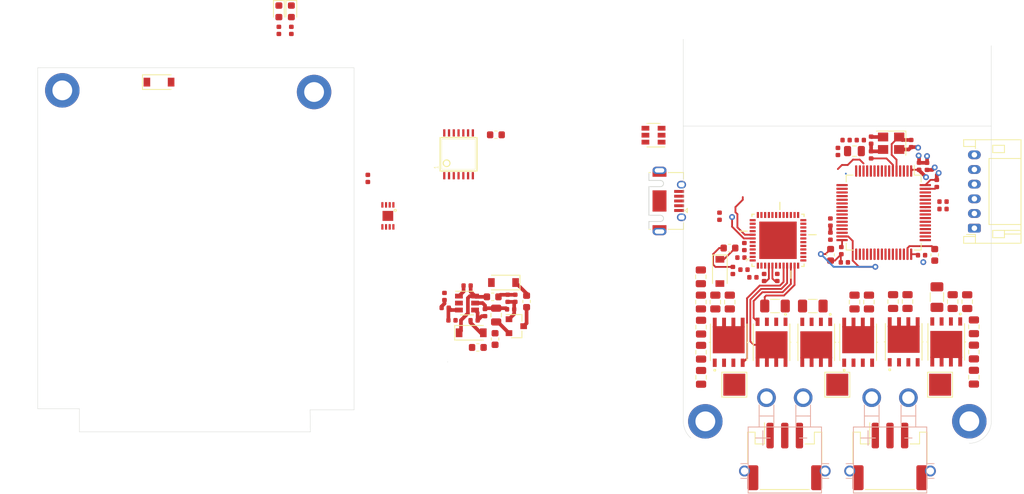
<source format=kicad_pcb>
(kicad_pcb (version 20171130) (host pcbnew 5.1.6-c6e7f7d~87~ubuntu19.10.1)
  (title_block (title "Daedalus Motor Controller") (date 2021-02-27) (rev v1.0) (comment 3 "Spring 2021") (comment 4 "Jeremy Kanovsky"))
  (layers (0 F.Cu signal) (1 In1.Cu-GND power hide) (2 In2.Cu-3V3 power hide) (31 B.Cu signal) (34 B.Paste user) (35 F.Paste user) (36 B.SilkS user) (37 F.SilkS user) (38 B.Mask user) (39 F.Mask user) (44 Edge.Cuts user))
  (net 0 "")
  (net 1 HSE_OUT)
  (net 2 +3.3VA)
  (net 3 HSE_IN)
  (net 4 "Net-(D1-Pad1)")
  (net 5 SWDIO)
  (net 6 SWCLK)
  (net 7 SWO)
  (net 8 NRST)
  (net 9 BOOT0)
  (net 10 LED_STATUS)
  (net 11 BUCK_SW)
  (net 12 BUCK_BST)
  (net 13 "Net-(C2-Pad1)")
  (net 14 "Net-(C16-Pad2)")
  (net 15 +5V)
  (net 16 "Net-(F1-Pad1)")
  (net 17 USB_CONN_D+)
  (net 18 USB_CONN_D-)
  (net 19 I2C1_SCL)
  (net 20 I2C1_SDA)
  (net 21 SPI1_SCK)
  (net 22 BUCK_FB)
  (net 23 "Net-(R2-Pad2)")
  (net 24 "Net-(R3-Pad2)")
  (net 25 USB_D-)
  (net 26 USB_D+)
  (net 27 SPI1_MISO)
  (net 28 SPI1_MOSI)
  (net 29 USART3_TX)
  (net 30 USART3_RX)
  (net 31 BGND)
  (net 32 VDD)
  (net 33 VIN)
  (net 34 "Net-(C16-Pad1)")
  (net 35 "Net-(C17-Pad2)")
  (net 36 SW)
  (net 37 CB)
  (net 38 "Net-(C19-Pad2)")
  (net 39 "Net-(C20-Pad2)")
  (net 40 "Net-(C21-Pad2)")
  (net 41 +5VD)
  (net 42 VIO)
  (net 43 "Net-(C26-Pad2)")
  (net 44 "Net-(D2-Pad1)")
  (net 45 "Net-(D6-Pad1)")
  (net 46 "Net-(D7-Pad1)")
  (net 47 CANL)
  (net 48 CANH)
  (net 49 "Net-(J9-Pad6)")
  (net 50 "Net-(J9-Pad4)")
  (net 51 FAULT)
  (net 52 FB)
  (net 53 SPA)
  (net 54 SPB)
  (net 55 SPC)
  (net 56 SPI2_MOSI)
  (net 57 SPI2_CS)
  (net 58 SPI2_MISO)
  (net 59 SPI2_SCK)
  (net 60 "Net-(U5-Pad48)")
  (net 61 "Net-(U5-Pad46)")
  (net 62 ENABLE)
  (net 63 PWM_C)
  (net 64 PWM_B)
  (net 65 PWM_A)
  (net 66 CAL)
  (net 67 SPI1_NSS)
  (net 68 SOA)
  (net 69 SOB)
  (net 70 SOC)
  (net 71 GLC)
  (net 72 PHASE_C)
  (net 73 GHC)
  (net 74 GHB)
  (net 75 PHASE_B)
  (net 76 GLB)
  (net 77 GLA)
  (net 78 PHASE_A)
  (net 79 GHA)
  (net 80 CAN1_RX)
  (net 81 CAN1_TX)
  (net 82 "Net-(U7-Pad2)")
  (net 83 "Net-(U7-Pad3)")
  (net 84 "Net-(U7-Pad4)")
  (net 85 "Net-(U7-Pad8)")
  (net 86 "Net-(U7-Pad9)")
  (net 87 "Net-(U7-Pad24)")
  (net 88 "Net-(U7-Pad25)")
  (net 89 "Net-(U7-Pad26)")
  (net 90 "Net-(U7-Pad27)")
  (net 91 "Net-(U7-Pad28)")
  (net 92 "Net-(U7-Pad33)")
  (net 93 "Net-(U7-Pad35)")
  (net 94 "Net-(U7-Pad36)")
  (net 95 "Net-(U7-Pad37)")
  (net 96 "Net-(U7-Pad38)")
  (net 97 "Net-(U7-Pad39)")
  (net 98 "Net-(U7-Pad40)")
  (net 99 "Net-(U7-Pad51)")
  (net 100 "Net-(U7-Pad52)")
  (net 101 "Net-(U7-Pad53)")
  (net 102 "Net-(U7-Pad54)")
  (net 103 "Net-(U7-Pad56)")
  (net 104 "Net-(U7-Pad57)")
  (net 105 "Net-(1-Pad2)")
  (net 106 ENC_B)
  (net 107 ENC_A)
  (net 108 "Net-(1-Pad8)")
  (net 109 "Net-(1-Pad11)")
  (net 110 "Net-(1-Pad14)")
  (module daedalus_kicad_lib:QFN50P700X700X90-49N (layer F.Cu) (at 208.0172 83.0232 90)
    (fp_text reference U5 hide)
    (fp_text value DRV8323RH)
    (fp_text user * (at -3.098188 -3.098188 90) (layer F.SilkS) (effects (font (size 1.2065 1.2065) (thickness 0.0762)) (justify left bottom)))
    (pad 49 smd rect (at 0 0 90) (size 5.1054 5.1054) (layers F.Cu F.Paste F.Mask) (net 31 BGND))
    (pad 48 smd rect (at -2.7432 -3.4544 270) (size 0.3048 0.8128) (layers F.Cu F.Paste F.Mask) (net 60 "Net-(U5-Pad48)"))
    (pad 47 smd rect (at -2.2606 -3.4544 270) (size 0.3048 0.8128) (layers F.Cu F.Paste F.Mask) (net 33 VIN))
    (pad 46 smd rect (at -1.7526 -3.4544 270) (size 0.3048 0.8128) (layers F.Cu F.Paste F.Mask) (net 61 "Net-(U5-Pad46)"))
    (pad 45 smd rect (at -1.2446 -3.4544 270) (size 0.3048 0.8128) (layers F.Cu F.Paste F.Mask) (net 36 SW))
    (pad 44 smd rect (at -0.762 -3.4544 270) (size 0.3048 0.8128) (layers F.Cu F.Paste F.Mask) (net 37 CB))
    (pad 43 smd rect (at -0.254 -3.4544 270) (size 0.3048 0.8128) (layers F.Cu F.Paste F.Mask) (net 31 BGND))
    (pad 42 smd rect (at 0.254 -3.4544 270) (size 0.3048 0.8128) (layers F.Cu F.Paste F.Mask) (net 62 ENABLE))
    (pad 41 smd rect (at 0.762 -3.4544 270) (size 0.3048 0.8128) (layers F.Cu F.Paste F.Mask) (net 63 PWM_C))
    (pad 40 smd rect (at 1.2446 -3.4544 270) (size 0.3048 0.8128) (layers F.Cu F.Paste F.Mask) (net 62 ENABLE))
    (pad 39 smd rect (at 1.7526 -3.4544 270) (size 0.3048 0.8128) (layers F.Cu F.Paste F.Mask) (net 64 PWM_B))
    (pad 38 smd rect (at 2.2606 -3.4544 270) (size 0.3048 0.8128) (layers F.Cu F.Paste F.Mask) (net 62 ENABLE))
    (pad 37 smd rect (at 2.7432 -3.4544 270) (size 0.3048 0.8128) (layers F.Cu F.Paste F.Mask) (net 65 PWM_A))
    (pad 36 smd rect (at 3.4544 -2.7432) (size 0.3048 0.8128) (layers F.Cu F.Paste F.Mask) (net 35 "Net-(C17-Pad2)"))
    (pad 35 smd rect (at 3.4544 -2.2606) (size 0.3048 0.8128) (layers F.Cu F.Paste F.Mask) (net 31 BGND))
    (pad 34 smd rect (at 3.4544 -1.7526) (size 0.3048 0.8128) (layers F.Cu F.Paste F.Mask) (net 66 CAL))
    (pad 33 smd rect (at 3.4544 -1.2446) (size 0.3048 0.8128) (layers F.Cu F.Paste F.Mask) (net 62 ENABLE))
    (pad 32 smd rect (at 3.4544 -0.762) (size 0.3048 0.8128) (layers F.Cu F.Paste F.Mask) (net 67 SPI1_NSS))
    (pad 31 smd rect (at 3.4544 -0.254) (size 0.3048 0.8128) (layers F.Cu F.Paste F.Mask) (net 21 SPI1_SCK))
    (pad 30 smd rect (at 3.4544 0.254) (size 0.3048 0.8128) (layers F.Cu F.Paste F.Mask) (net 28 SPI1_MOSI))
    (pad 29 smd rect (at 3.4544 0.762) (size 0.3048 0.8128) (layers F.Cu F.Paste F.Mask) (net 27 SPI1_MISO))
    (pad 28 smd rect (at 3.4544 1.2446) (size 0.3048 0.8128) (layers F.Cu F.Paste F.Mask) (net 51 FAULT))
    (pad 27 smd rect (at 3.4544 1.7526) (size 0.3048 0.8128) (layers F.Cu F.Paste F.Mask) (net 31 BGND))
    (pad 26 smd rect (at 3.4544 2.2606) (size 0.3048 0.8128) (layers F.Cu F.Paste F.Mask) (net 32 VDD))
    (pad 25 smd rect (at 3.4544 2.7432) (size 0.3048 0.8128) (layers F.Cu F.Paste F.Mask) (net 68 SOA))
    (pad 24 smd rect (at 2.7432 3.4544 270) (size 0.3048 0.8128) (layers F.Cu F.Paste F.Mask) (net 69 SOB))
    (pad 23 smd rect (at 2.2606 3.4544 270) (size 0.3048 0.8128) (layers F.Cu F.Paste F.Mask) (net 70 SOC))
    (pad 22 smd rect (at 1.7526 3.4544 270) (size 0.3048 0.8128) (layers F.Cu F.Paste F.Mask) (net 31 BGND))
    (pad 21 smd rect (at 1.2446 3.4544 270) (size 0.3048 0.8128) (layers F.Cu F.Paste F.Mask) (net 55 SPC))
    (pad 20 smd rect (at 0.762 3.4544 270) (size 0.3048 0.8128) (layers F.Cu F.Paste F.Mask) (net 71 GLC))
    (pad 19 smd rect (at 0.254 3.4544 270) (size 0.3048 0.8128) (layers F.Cu F.Paste F.Mask) (net 72 PHASE_C))
    (pad 18 smd rect (at -0.254 3.4544 270) (size 0.3048 0.8128) (layers F.Cu F.Paste F.Mask) (net 73 GHC))
    (pad 17 smd rect (at -0.762 3.4544 270) (size 0.3048 0.8128) (layers F.Cu F.Paste F.Mask) (net 74 GHB))
    (pad 16 smd rect (at -1.2446 3.4544 270) (size 0.3048 0.8128) (layers F.Cu F.Paste F.Mask) (net 75 PHASE_B))
    (pad 15 smd rect (at -1.7526 3.4544 270) (size 0.3048 0.8128) (layers F.Cu F.Paste F.Mask) (net 76 GLB))
    (pad 14 smd rect (at -2.2606 3.4544 270) (size 0.3048 0.8128) (layers F.Cu F.Paste F.Mask) (net 54 SPB))
    (pad 13 smd rect (at -2.7432 3.4544 270) (size 0.3048 0.8128) (layers F.Cu F.Paste F.Mask) (net 31 BGND))
    (pad 12 smd rect (at -3.4544 2.7432) (size 0.3048 0.8128) (layers F.Cu F.Paste F.Mask) (net 31 BGND))
    (pad 11 smd rect (at -3.4544 2.2606) (size 0.3048 0.8128) (layers F.Cu F.Paste F.Mask) (net 53 SPA))
    (pad 10 smd rect (at -3.4544 1.7526) (size 0.3048 0.8128) (layers F.Cu F.Paste F.Mask) (net 77 GLA))
    (pad 9 smd rect (at -3.4544 1.2446) (size 0.3048 0.8128) (layers F.Cu F.Paste F.Mask) (net 78 PHASE_A))
    (pad 8 smd rect (at -3.4544 0.762) (size 0.3048 0.8128) (layers F.Cu F.Paste F.Mask) (net 79 GHA))
    (pad 7 smd rect (at -3.4544 0.254) (size 0.3048 0.8128) (layers F.Cu F.Paste F.Mask) (net 33 VIN))
    (pad 6 smd rect (at -3.4544 -0.254) (size 0.3048 0.8128) (layers F.Cu F.Paste F.Mask) (net 33 VIN))
    (pad 5 smd rect (at -3.4544 -0.762) (size 0.3048 0.8128) (layers F.Cu F.Paste F.Mask) (net 40 "Net-(C21-Pad2)"))
    (pad 4 smd rect (at -3.4544 -1.2446) (size 0.3048 0.8128) (layers F.Cu F.Paste F.Mask) (net 34 "Net-(C16-Pad1)"))
    (pad 3 smd rect (at -3.4544 -1.7526) (size 0.3048 0.8128) (layers F.Cu F.Paste F.Mask) (net 14 "Net-(C16-Pad2)"))
    (pad 2 smd rect (at -3.4544 -2.2606) (size 0.3048 0.8128) (layers F.Cu F.Paste F.Mask) (net 31 BGND))
    (pad 1 smd rect (at -3.4544 -2.7432) (size 0.3048 0.8128) (layers F.Cu F.Paste F.Mask) (net 52 FB))
  )
  (module Package_QFP:LQFP-64_10x10mm_P0.5mm (layer F.Cu) (at 222.430501 79.246612 270)
    (fp_text reference U7)
    (fp_text value STM32F405RGTx)
    (pad 1 smd roundrect (at -5.675 -3.75 270) (size 1.55 0.3) (layers F.Cu F.Paste F.Mask) (net 32 VDD))
    (pad 2 smd roundrect (at -5.675 -3.25 270) (size 1.55 0.3) (layers F.Cu F.Paste F.Mask) (net 82 "Net-(U7-Pad2)"))
    (pad 3 smd roundrect (at -5.675 -2.75 270) (size 1.55 0.3) (layers F.Cu F.Paste F.Mask) (net 83 "Net-(U7-Pad3)"))
    (pad 4 smd roundrect (at -5.675 -2.25 270) (size 1.55 0.3) (layers F.Cu F.Paste F.Mask) (net 84 "Net-(U7-Pad4)"))
    (pad 5 smd roundrect (at -5.675 -1.75 270) (size 1.55 0.3) (layers F.Cu F.Paste F.Mask) (net 3 HSE_IN))
    (pad 6 smd roundrect (at -5.675 -1.25 270) (size 1.55 0.3) (layers F.Cu F.Paste F.Mask) (net 1 HSE_OUT))
    (pad 7 smd roundrect (at -5.675 -0.75 270) (size 1.55 0.3) (layers F.Cu F.Paste F.Mask) (net 8 NRST))
    (pad 8 smd roundrect (at -5.675 -0.25 270) (size 1.55 0.3) (layers F.Cu F.Paste F.Mask) (net 85 "Net-(U7-Pad8)"))
    (pad 9 smd roundrect (at -5.675 0.25 270) (size 1.55 0.3) (layers F.Cu F.Paste F.Mask) (net 86 "Net-(U7-Pad9)"))
    (pad 10 smd roundrect (at -5.675 0.75 270) (size 1.55 0.3) (layers F.Cu F.Paste F.Mask) (net 58 SPI2_MISO))
    (pad 11 smd roundrect (at -5.675 1.25 270) (size 1.55 0.3) (layers F.Cu F.Paste F.Mask) (net 56 SPI2_MOSI))
    (pad 12 smd roundrect (at -5.675 1.75 270) (size 1.55 0.3) (layers F.Cu F.Paste F.Mask) (net 31 BGND))
    (pad 13 smd roundrect (at -5.675 2.25 270) (size 1.55 0.3) (layers F.Cu F.Paste F.Mask) (net 2 +3.3VA))
    (pad 14 smd roundrect (at -5.675 2.75 270) (size 1.55 0.3) (layers F.Cu F.Paste F.Mask) (net 63 PWM_C))
    (pad 15 smd roundrect (at -5.675 3.25 270) (size 1.55 0.3) (layers F.Cu F.Paste F.Mask) (net 64 PWM_B))
    (pad 16 smd roundrect (at -5.675 3.75 270) (size 1.55 0.3) (layers F.Cu F.Paste F.Mask) (net 65 PWM_A))
    (pad 17 smd roundrect (at -3.75 5.675 270) (size 0.3 1.55) (layers F.Cu F.Paste F.Mask) (net 62 ENABLE))
    (pad 18 smd roundrect (at -3.25 5.675 270) (size 0.3 1.55) (layers F.Cu F.Paste F.Mask) (net 31 BGND))
    (pad 19 smd roundrect (at -2.75 5.675 270) (size 0.3 1.55) (layers F.Cu F.Paste F.Mask) (net 32 VDD))
    (pad 20 smd roundrect (at -2.25 5.675 270) (size 0.3 1.55) (layers F.Cu F.Paste F.Mask) (net 67 SPI1_NSS))
    (pad 21 smd roundrect (at -1.75 5.675 270) (size 0.3 1.55) (layers F.Cu F.Paste F.Mask) (net 21 SPI1_SCK))
    (pad 22 smd roundrect (at -1.25 5.675 270) (size 0.3 1.55) (layers F.Cu F.Paste F.Mask) (net 27 SPI1_MISO))
    (pad 23 smd roundrect (at -0.75 5.675 270) (size 0.3 1.55) (layers F.Cu F.Paste F.Mask) (net 28 SPI1_MOSI))
    (pad 24 smd roundrect (at -0.25 5.675 270) (size 0.3 1.55) (layers F.Cu F.Paste F.Mask) (net 87 "Net-(U7-Pad24)"))
    (pad 25 smd roundrect (at 0.25 5.675 270) (size 0.3 1.55) (layers F.Cu F.Paste F.Mask) (net 88 "Net-(U7-Pad25)"))
    (pad 26 smd roundrect (at 0.75 5.675 270) (size 0.3 1.55) (layers F.Cu F.Paste F.Mask) (net 89 "Net-(U7-Pad26)"))
    (pad 27 smd roundrect (at 1.25 5.675 270) (size 0.3 1.55) (layers F.Cu F.Paste F.Mask) (net 90 "Net-(U7-Pad27)"))
    (pad 28 smd roundrect (at 1.75 5.675 270) (size 0.3 1.55) (layers F.Cu F.Paste F.Mask) (net 91 "Net-(U7-Pad28)"))
    (pad 29 smd roundrect (at 2.25 5.675 270) (size 0.3 1.55) (layers F.Cu F.Paste F.Mask) (net 29 USART3_TX))
    (pad 30 smd roundrect (at 2.75 5.675 270) (size 0.3 1.55) (layers F.Cu F.Paste F.Mask) (net 30 USART3_RX))
    (pad 31 smd roundrect (at 3.25 5.675 270) (size 0.3 1.55) (layers F.Cu F.Paste F.Mask) (net 38 "Net-(C19-Pad2)"))
    (pad 32 smd roundrect (at 3.75 5.675 270) (size 0.3 1.55) (layers F.Cu F.Paste F.Mask) (net 32 VDD))
    (pad 33 smd roundrect (at 5.675 3.75 270) (size 1.55 0.3) (layers F.Cu F.Paste F.Mask) (net 92 "Net-(U7-Pad33)"))
    (pad 34 smd roundrect (at 5.675 3.25 270) (size 1.55 0.3) (layers F.Cu F.Paste F.Mask) (net 59 SPI2_SCK))
    (pad 35 smd roundrect (at 5.675 2.75 270) (size 1.55 0.3) (layers F.Cu F.Paste F.Mask) (net 93 "Net-(U7-Pad35)"))
    (pad 36 smd roundrect (at 5.675 2.25 270) (size 1.55 0.3) (layers F.Cu F.Paste F.Mask) (net 94 "Net-(U7-Pad36)"))
    (pad 37 smd roundrect (at 5.675 1.75 270) (size 1.55 0.3) (layers F.Cu F.Paste F.Mask) (net 95 "Net-(U7-Pad37)"))
    (pad 38 smd roundrect (at 5.675 1.25 270) (size 1.55 0.3) (layers F.Cu F.Paste F.Mask) (net 96 "Net-(U7-Pad38)"))
    (pad 39 smd roundrect (at 5.675 0.75 270) (size 1.55 0.3) (layers F.Cu F.Paste F.Mask) (net 97 "Net-(U7-Pad39)"))
    (pad 40 smd roundrect (at 5.675 0.25 270) (size 1.55 0.3) (layers F.Cu F.Paste F.Mask) (net 98 "Net-(U7-Pad40)"))
    (pad 41 smd roundrect (at 5.675 -0.25 270) (size 1.55 0.3) (layers F.Cu F.Paste F.Mask) (net 68 SOA))
    (pad 42 smd roundrect (at 5.675 -0.75 270) (size 1.55 0.3) (layers F.Cu F.Paste F.Mask) (net 69 SOB))
    (pad 43 smd roundrect (at 5.675 -1.25 270) (size 1.55 0.3) (layers F.Cu F.Paste F.Mask) (net 70 SOC))
    (pad 44 smd roundrect (at 5.675 -1.75 270) (size 1.55 0.3) (layers F.Cu F.Paste F.Mask) (net 25 USB_D-))
    (pad 45 smd roundrect (at 5.675 -2.25 270) (size 1.55 0.3) (layers F.Cu F.Paste F.Mask) (net 26 USB_D+))
    (pad 46 smd roundrect (at 5.675 -2.75 270) (size 1.55 0.3) (layers F.Cu F.Paste F.Mask) (net 5 SWDIO))
    (pad 47 smd roundrect (at 5.675 -3.25 270) (size 1.55 0.3) (layers F.Cu F.Paste F.Mask) (net 39 "Net-(C20-Pad2)"))
    (pad 48 smd roundrect (at 5.675 -3.75 270) (size 1.55 0.3) (layers F.Cu F.Paste F.Mask) (net 32 VDD))
    (pad 49 smd roundrect (at 3.75 -5.675 270) (size 0.3 1.55) (layers F.Cu F.Paste F.Mask) (net 6 SWCLK))
    (pad 50 smd roundrect (at 3.25 -5.675 270) (size 0.3 1.55) (layers F.Cu F.Paste F.Mask) (net 10 LED_STATUS))
    (pad 51 smd roundrect (at 2.75 -5.675 270) (size 0.3 1.55) (layers F.Cu F.Paste F.Mask) (net 99 "Net-(U7-Pad51)"))
    (pad 52 smd roundrect (at 2.25 -5.675 270) (size 0.3 1.55) (layers F.Cu F.Paste F.Mask) (net 100 "Net-(U7-Pad52)"))
    (pad 53 smd roundrect (at 1.75 -5.675 270) (size 0.3 1.55) (layers F.Cu F.Paste F.Mask) (net 101 "Net-(U7-Pad53)"))
    (pad 54 smd roundrect (at 1.25 -5.675 270) (size 0.3 1.55) (layers F.Cu F.Paste F.Mask) (net 102 "Net-(U7-Pad54)"))
    (pad 55 smd roundrect (at 0.75 -5.675 270) (size 0.3 1.55) (layers F.Cu F.Paste F.Mask) (net 7 SWO))
    (pad 56 smd roundrect (at 0.25 -5.675 270) (size 0.3 1.55) (layers F.Cu F.Paste F.Mask) (net 103 "Net-(U7-Pad56)"))
    (pad 57 smd roundrect (at -0.25 -5.675 270) (size 0.3 1.55) (layers F.Cu F.Paste F.Mask) (net 104 "Net-(U7-Pad57)"))
    (pad 58 smd roundrect (at -0.75 -5.675 270) (size 0.3 1.55) (layers F.Cu F.Paste F.Mask) (net 19 I2C1_SCL))
    (pad 59 smd roundrect (at -1.25 -5.675 270) (size 0.3 1.55) (layers F.Cu F.Paste F.Mask) (net 20 I2C1_SDA))
    (pad 60 smd roundrect (at -1.75 -5.675 270) (size 0.3 1.55) (layers F.Cu F.Paste F.Mask) (net 9 BOOT0))
    (pad 61 smd roundrect (at -2.25 -5.675 270) (size 0.3 1.55) (layers F.Cu F.Paste F.Mask) (net 80 CAN1_RX))
    (pad 62 smd roundrect (at -2.75 -5.675 270) (size 0.3 1.55) (layers F.Cu F.Paste F.Mask) (net 81 CAN1_TX))
    (pad 63 smd roundrect (at -3.25 -5.675 270) (size 0.3 1.55) (layers F.Cu F.Paste F.Mask) (net 31 BGND))
    (pad 64 smd roundrect (at -3.75 -5.675 270) (size 0.3 1.55) (layers F.Cu F.Paste F.Mask) (net 32 VDD))
  )
  (module Diode_SMD:D_SOD-123 (layer F.Cu) (at 123.6 61.45)
    (fp_text reference D2)
    (fp_text value B5819W)
    (pad 1 smd rect (at -1.65 0) (size 0.9 1.2) (layers F.Cu F.Paste F.Mask) (net 44 "Net-(D2-Pad1)"))
    (pad 2 smd rect (at 1.65 0) (size 0.9 1.2) (layers F.Cu F.Paste F.Mask) (net 15 +5V))
  )
  (module LED_SMD:LED_0603_1608Metric (layer F.Cu) (at 139.9486 51.79592 270)
    (fp_text reference D6)
    (fp_text value Blue)
    (pad 1 smd roundrect (at -0.7875 0 270) (size 0.875 0.95) (layers F.Cu F.Paste F.Mask) (net 45 "Net-(D6-Pad1)"))
    (pad 2 smd roundrect (at 0.7875 0 270) (size 0.875 0.95) (layers F.Cu F.Paste F.Mask) (net 10 LED_STATUS))
  )
  (module Capacitor_SMD:C_0603_1608Metric (layer F.Cu) (at 229.39092 85.00636 90)
    (fp_text reference C20)
    (fp_text value "2.2 uF")
    (pad 1 smd roundrect (at -0.7875 0 90) (size 0.875 0.95) (layers F.Cu F.Paste F.Mask) (net 31 BGND))
    (pad 2 smd roundrect (at 0.7875 0 90) (size 0.875 0.95) (layers F.Cu F.Paste F.Mask) (net 39 "Net-(C20-Pad2)"))
  )
  (module Capacitor_SMD:C_0402_1005Metric (layer F.Cu) (at 171.5555 92.433)
    (fp_text reference C2)
    (fp_text value 10uF)
    (pad 1 smd roundrect (at -0.485 0) (size 0.59 0.64) (layers F.Cu F.Paste F.Mask) (net 13 "Net-(C2-Pad1)"))
    (pad 2 smd roundrect (at 0.485 0) (size 0.59 0.64) (layers F.Cu F.Paste F.Mask) (net 31 BGND))
  )
  (module Capacitor_SMD:C_0402_1005Metric (layer F.Cu) (at 165.6205 89.208 180)
    (fp_text reference C1)
    (fp_text value 10nF)
    (pad 2 smd roundrect (at 0.485 0 180) (size 0.59 0.64) (layers F.Cu F.Paste F.Mask) (net 12 BUCK_BST))
    (pad 1 smd roundrect (at -0.485 0 180) (size 0.59 0.64) (layers F.Cu F.Paste F.Mask) (net 11 BUCK_SW))
  )
  (module Resistor_SMD:R_0402_1005Metric (layer F.Cu) (at 216.19092 70.90636 270)
    (fp_text reference R6)
    (fp_text value 10k)
    (pad 1 smd roundrect (at -0.485 0 270) (size 0.59 0.64) (layers F.Cu F.Paste F.Mask) (net 32 VDD))
    (pad 2 smd roundrect (at 0.485 0 270) (size 0.59 0.64) (layers F.Cu F.Paste F.Mask) (net 27 SPI1_MISO))
  )
  (module Capacitor_SMD:C_0402_1005Metric (layer F.Cu) (at 219.24092 69.35636)
    (fp_text reference C12)
    (fp_text value 1uF)
    (pad 1 smd roundrect (at -0.485 0) (size 0.59 0.64) (layers F.Cu F.Paste F.Mask) (net 31 BGND))
    (pad 2 smd roundrect (at 0.485 0) (size 0.59 0.64) (layers F.Cu F.Paste F.Mask) (net 2 +3.3VA))
  )
  (module daedalus_kicad_lib:XT30_HORIZONTAL (layer B.Cu) (at 223.3003 104.4842)
    (fp_text reference U2 hide)
    (fp_text value XT30 hide)
    (pad P$4 thru_hole circle (at -5.5 10) (size 1.5 1.5) (drill 1) (layers *.Cu *.Mask))
    (pad P$3 thru_hole circle (at 5.5 10) (size 1.5 1.5) (drill 1) (layers *.Cu *.Mask))
    (pad + thru_hole circle (at -2.5 0) (size 2.55 2.55) (drill 1.7) (layers *.Cu *.Mask) (net 33 VIN))
    (pad - thru_hole circle (at 2.5 0) (size 2.55 2.55) (drill 1.7) (layers *.Cu *.Mask) (net 31 BGND))
  )
  (module daedalus_kicad_lib:XT30_HORIZONTAL (layer B.Cu) (at 208.9493 104.4842)
    (fp_text reference U1 hide)
    (fp_text value XT30 hide)
    (pad - thru_hole circle (at 2.5 0) (size 2.55 2.55) (drill 1.7) (layers *.Cu *.Mask) (net 31 BGND))
    (pad + thru_hole circle (at -2.5 0) (size 2.55 2.55) (drill 1.7) (layers *.Cu *.Mask) (net 33 VIN))
    (pad P$3 thru_hole circle (at 5.5 10) (size 1.5 1.5) (drill 1) (layers *.Cu *.Mask))
    (pad P$4 thru_hole circle (at -5.5 10) (size 1.5 1.5) (drill 1) (layers *.Cu *.Mask))
  )
  (module Resistor_SMD:R_0402_1005Metric (layer F.Cu) (at 204.5946 88.07196)
    (fp_text reference R14)
    (fp_text value 10k)
    (pad 2 smd roundrect (at 0.485 0) (size 0.59 0.64) (layers F.Cu F.Paste F.Mask) (net 31 BGND))
    (pad 1 smd roundrect (at -0.485 0) (size 0.59 0.64) (layers F.Cu F.Paste F.Mask) (net 52 FB))
  )
  (module Capacitor_SMD:C_0402_1005Metric (layer F.Cu) (at 171.1555 90.933 90)
    (fp_text reference C3)
    (fp_text value 10uF)
    (pad 1 smd roundrect (at -0.485 0 90) (size 0.59 0.64) (layers F.Cu F.Paste F.Mask) (net 31 BGND))
    (pad 2 smd roundrect (at 0.485 0 90) (size 0.59 0.64) (layers F.Cu F.Paste F.Mask) (net 32 VDD))
  )
  (module Capacitor_SMD:C_0402_1005Metric (layer F.Cu) (at 172.1805 90.933 90)
    (fp_text reference C4)
    (fp_text value 10uF)
    (pad 2 smd roundrect (at 0.485 0 90) (size 0.59 0.64) (layers F.Cu F.Paste F.Mask) (net 32 VDD))
    (pad 1 smd roundrect (at -0.485 0 90) (size 0.59 0.64) (layers F.Cu F.Paste F.Mask) (net 31 BGND))
  )
  (module Capacitor_SMD:C_0402_1005Metric (layer F.Cu) (at 228.336001 72.937111 270)
    (fp_text reference C5)
    (fp_text value 4u7)
    (pad 2 smd roundrect (at 0.485 0 270) (size 0.59 0.64) (layers F.Cu F.Paste F.Mask) (net 32 VDD))
    (pad 1 smd roundrect (at -0.485 0 270) (size 0.59 0.64) (layers F.Cu F.Paste F.Mask) (net 31 BGND))
  )
  (module Capacitor_SMD:C_0402_1005Metric (layer F.Cu) (at 229.669501 75.269111 90)
    (fp_text reference C6)
    (fp_text value "100 nF")
    (pad 1 smd roundrect (at -0.485 0 90) (size 0.59 0.64) (layers F.Cu F.Paste F.Mask) (net 31 BGND))
    (pad 2 smd roundrect (at 0.485 0 90) (size 0.59 0.64) (layers F.Cu F.Paste F.Mask) (net 32 VDD))
  )
  (module Capacitor_SMD:C_0402_1005Metric (layer F.Cu) (at 217.06592 86.03136)
    (fp_text reference C7)
    (fp_text value "100 nF")
    (pad 2 smd roundrect (at 0.485 0) (size 0.59 0.64) (layers F.Cu F.Paste F.Mask) (net 32 VDD))
    (pad 1 smd roundrect (at -0.485 0) (size 0.59 0.64) (layers F.Cu F.Paste F.Mask) (net 31 BGND))
  )
  (module Capacitor_SMD:C_0402_1005Metric (layer F.Cu) (at 216.652001 84.430612 90)
    (fp_text reference C8)
    (fp_text value "100 nF")
    (pad 1 smd roundrect (at -0.485 0 90) (size 0.59 0.64) (layers F.Cu F.Paste F.Mask) (net 31 BGND))
    (pad 2 smd roundrect (at 0.485 0 90) (size 0.59 0.64) (layers F.Cu F.Paste F.Mask) (net 32 VDD))
  )
  (module Capacitor_SMD:C_0402_1005Metric (layer F.Cu) (at 227.2565 72.919612 270)
    (fp_text reference C9)
    (fp_text value "100 nF")
    (pad 2 smd roundrect (at 0.485 0 270) (size 0.59 0.64) (layers F.Cu F.Paste F.Mask) (net 32 VDD))
    (pad 1 smd roundrect (at -0.485 0 270) (size 0.59 0.64) (layers F.Cu F.Paste F.Mask) (net 31 BGND))
  )
  (module Capacitor_SMD:C_0402_1005Metric (layer F.Cu) (at 227.59092 85.05636 180)
    (fp_text reference C10)
    (fp_text value "100 nF")
    (pad 1 smd roundrect (at -0.485 0 180) (size 0.59 0.64) (layers F.Cu F.Paste F.Mask) (net 31 BGND))
    (pad 2 smd roundrect (at 0.485 0 180) (size 0.59 0.64) (layers F.Cu F.Paste F.Mask) (net 32 VDD))
  )
  (module Capacitor_SMD:C_0402_1005Metric (layer F.Cu) (at 217.30592 69.35636)
    (fp_text reference C13)
    (fp_text value 10nF)
    (pad 2 smd roundrect (at 0.485 0) (size 0.59 0.64) (layers F.Cu F.Paste F.Mask) (net 2 +3.3VA))
    (pad 1 smd roundrect (at -0.485 0) (size 0.59 0.64) (layers F.Cu F.Paste F.Mask) (net 31 BGND))
  )
  (module Capacitor_SMD:C_0402_1005Metric (layer F.Cu) (at 202.96124 85.37956)
    (fp_text reference C15)
    (fp_text value "0.47uF, 50V")
    (pad 1 smd roundrect (at -0.485 0) (size 0.59 0.64) (layers F.Cu F.Paste F.Mask) (net 31 BGND))
    (pad 2 smd roundrect (at 0.485 0) (size 0.59 0.64) (layers F.Cu F.Paste F.Mask) (net 33 VIN))
  )
  (module Capacitor_SMD:C_0402_1005Metric (layer F.Cu) (at 206.12608 88.09736 90)
    (fp_text reference C16)
    (fp_text value "47nF, 50V")
    (pad 1 smd roundrect (at -0.485 0 90) (size 0.59 0.64) (layers F.Cu F.Paste F.Mask) (net 34 "Net-(C16-Pad1)"))
    (pad 2 smd roundrect (at 0.485 0 90) (size 0.59 0.64) (layers F.Cu F.Paste F.Mask) (net 14 "Net-(C16-Pad2)"))
  )
  (module Capacitor_SMD:C_0402_1005Metric (layer F.Cu) (at 200.04024 79.74076 90)
    (fp_text reference C17)
    (fp_text value "1uF, 10V")
    (pad 1 smd roundrect (at -0.485 0 90) (size 0.59 0.64) (layers F.Cu F.Paste F.Mask) (net 31 BGND))
    (pad 2 smd roundrect (at 0.485 0 90) (size 0.59 0.64) (layers F.Cu F.Paste F.Mask) (net 35 "Net-(C17-Pad2)"))
  )
  (module Capacitor_SMD:C_0402_1005Metric (layer F.Cu) (at 203.4286 83.87588 270)
    (fp_text reference C18)
    (fp_text value "0.1uF, 50V")
    (pad 2 smd roundrect (at 0.485 0 270) (size 0.59 0.64) (layers F.Cu F.Paste F.Mask) (net 36 SW))
    (pad 1 smd roundrect (at -0.485 0 270) (size 0.59 0.64) (layers F.Cu F.Paste F.Mask) (net 37 CB))
  )
  (module Capacitor_SMD:C_0603_1608Metric (layer F.Cu) (at 215.19092 85.00636 90)
    (fp_text reference C19)
    (fp_text value "2.2 uF")
    (pad 2 smd roundrect (at 0.7875 0 90) (size 0.875 0.95) (layers F.Cu F.Paste F.Mask) (net 38 "Net-(C19-Pad2)"))
    (pad 1 smd roundrect (at -0.7875 0 90) (size 0.875 0.95) (layers F.Cu F.Paste F.Mask) (net 31 BGND))
  )
  (module Capacitor_SMD:C_0402_1005Metric (layer F.Cu) (at 207.91424 88.0896 270)
    (fp_text reference C21)
    (fp_text value "1uF, 50V")
    (pad 2 smd roundrect (at 0.485 0 270) (size 0.59 0.64) (layers F.Cu F.Paste F.Mask) (net 40 "Net-(C21-Pad2)"))
    (pad 1 smd roundrect (at -0.485 0 270) (size 0.59 0.64) (layers F.Cu F.Paste F.Mask) (net 33 VIN))
  )
  (module Capacitor_SMD:C_0402_1005Metric (layer F.Cu) (at 201.85888 87.13724 270)
    (fp_text reference C22)
    (fp_text value "22uF, 10V")
    (pad 1 smd roundrect (at -0.485 0 270) (size 0.59 0.64) (layers F.Cu F.Paste F.Mask) (net 41 +5VD))
    (pad 2 smd roundrect (at 0.485 0 270) (size 0.59 0.64) (layers F.Cu F.Paste F.Mask) (net 31 BGND))
  )
  (module Capacitor_SMD:C_0603_1608Metric (layer F.Cu) (at 169.4305 96.483 90)
    (fp_text reference C23)
    (fp_text value "0.1uF, 10V")
    (pad 1 smd roundrect (at -0.7875 0 90) (size 0.875 0.95) (layers F.Cu F.Paste F.Mask) (net 32 VDD))
    (pad 2 smd roundrect (at 0.7875 0 90) (size 0.875 0.95) (layers F.Cu F.Paste F.Mask) (net 31 BGND))
  )
  (module Capacitor_SMD:C_0603_1608Metric (layer F.Cu) (at 167.0805 97.633 180)
    (fp_text reference C24)
    (fp_text value "0.1uF, 10V")
    (pad 2 smd roundrect (at 0.7875 0 180) (size 0.875 0.95) (layers F.Cu F.Paste F.Mask) (net 31 BGND))
    (pad 1 smd roundrect (at -0.7875 0 180) (size 0.875 0.95) (layers F.Cu F.Paste F.Mask) (net 42 VIO))
  )
  (module Capacitor_SMD:C_0402_1005Metric (layer F.Cu) (at 226.177001 69.825612 90)
    (fp_text reference C25)
    (fp_text value "12 pF")
    (pad 1 smd roundrect (at -0.485 0 90) (size 0.59 0.64) (layers F.Cu F.Paste F.Mask) (net 31 BGND))
    (pad 2 smd roundrect (at 0.485 0 90) (size 0.59 0.64) (layers F.Cu F.Paste F.Mask) (net 3 HSE_IN))
  )
  (module Capacitor_SMD:C_0402_1005Metric (layer F.Cu) (at 220.716001 69.363612 270)
    (fp_text reference C26)
    (fp_text value "12 pF")
    (pad 2 smd roundrect (at 0.485 0 270) (size 0.59 0.64) (layers F.Cu F.Paste F.Mask) (net 43 "Net-(C26-Pad2)"))
    (pad 1 smd roundrect (at -0.485 0 270) (size 0.59 0.64) (layers F.Cu F.Paste F.Mask) (net 31 BGND))
  )
  (module Capacitor_SMD:C_0402_1005Metric (layer F.Cu) (at 215.16592 82.45636 270)
    (fp_text reference C27)
    (fp_text value "0.1uF, 10V")
    (pad 1 smd roundrect (at -0.485 0 270) (size 0.59 0.64) (layers F.Cu F.Paste F.Mask) (net 32 VDD))
    (pad 2 smd roundrect (at 0.485 0 270) (size 0.59 0.64) (layers F.Cu F.Paste F.Mask) (net 31 BGND))
  )
  (module Diode_SMD:D_SOD-123 (layer F.Cu) (at 170.5805 88.783 180)
    (fp_text reference D1)
    (fp_text value B5819W)
    (pad 2 smd rect (at 1.65 0 180) (size 0.9 1.2) (layers F.Cu F.Paste F.Mask) (net 41 +5VD))
    (pad 1 smd rect (at -1.65 0 180) (size 0.9 1.2) (layers F.Cu F.Paste F.Mask) (net 4 "Net-(D1-Pad1)"))
  )
  (module Diode_SMD:D_SOD-123 (layer F.Cu) (at 166.1805 95.633)
    (fp_text reference D3)
    (fp_text value B5819W)
    (pad 1 smd rect (at -1.65 0) (size 0.9 1.2) (layers F.Cu F.Paste F.Mask) (net 11 BUCK_SW))
    (pad 2 smd rect (at 1.65 0) (size 0.9 1.2) (layers F.Cu F.Paste F.Mask) (net 31 BGND))
  )
  (module Diode_SMD:D_SOD-123 (layer F.Cu) (at 200.09104 87.26932 270)
    (fp_text reference D4)
    (fp_text value "500mA, 60V")
    (pad 1 smd rect (at -1.65 0 270) (size 0.9 1.2) (layers F.Cu F.Paste F.Mask) (net 36 SW))
    (pad 2 smd rect (at 1.65 0 270) (size 0.9 1.2) (layers F.Cu F.Paste F.Mask) (net 31 BGND))
  )
  (module LED_SMD:LED_0603_1608Metric (layer F.Cu) (at 141.6486 51.79592 270)
    (fp_text reference D7)
    (fp_text value Green)
    (pad 2 smd roundrect (at 0.7875 0 270) (size 0.875 0.95) (layers F.Cu F.Paste F.Mask) (net 32 VDD))
    (pad 1 smd roundrect (at -0.7875 0 270) (size 0.875 0.95) (layers F.Cu F.Paste F.Mask) (net 46 "Net-(D7-Pad1)"))
  )
  (module Fuse:Fuse_0603_1608Metric (layer F.Cu) (at 173.7305 91.358 90)
    (fp_text reference F1)
    (fp_text value 250mA)
    (pad 1 smd roundrect (at -0.7875 0 90) (size 0.875 0.95) (layers F.Cu F.Paste F.Mask) (net 16 "Net-(F1-Pad1)"))
    (pad 2 smd roundrect (at 0.7875 0 90) (size 0.875 0.95) (layers F.Cu F.Paste F.Mask) (net 4 "Net-(D1-Pad1)"))
  )
  (module Inductor_SMD:L_0805_2012Metric (layer F.Cu) (at 169.5805 93.2205 270)
    (fp_text reference FB1)
    (fp_text value "600 @ 600MHz")
    (pad 2 smd roundrect (at 0.9375 0 270) (size 0.975 1.4) (layers F.Cu F.Paste F.Mask) (net 44 "Net-(D2-Pad1)"))
    (pad 1 smd roundrect (at -0.9375 0 270) (size 0.975 1.4) (layers F.Cu F.Paste F.Mask) (net 13 "Net-(C2-Pad1)"))
  )
  (module Inductor_SMD:L_0805_2012Metric (layer F.Cu) (at 218.44092 70.85636 180)
    (fp_text reference FB2)
    (fp_text value "600 @ 600MHz")
    (pad 1 smd roundrect (at -0.9375 0 180) (size 0.975 1.4) (layers F.Cu F.Paste F.Mask) (net 2 +3.3VA))
    (pad 2 smd roundrect (at 0.9375 0 180) (size 0.975 1.4) (layers F.Cu F.Paste F.Mask) (net 32 VDD))
  )
  (module Connector_USB:USB_Micro-AB_Molex_47590-0001 (layer F.Cu) (at 191.85636 77.65796 270)
    (fp_text reference J9)
    (fp_text value USB_B_Micro)
    (fp_line (start 2.8 1.45) (end 3.75 1.45) (layer Edge.Cuts) (width 0.1))
    (fp_line (start 2.8 -0.125) (end 2.8 1.45) (layer Edge.Cuts) (width 0.1))
    (fp_line (start 1.95 -0.125) (end 1.95 1.45) (layer Edge.Cuts) (width 0.1))
    (fp_line (start -1.95 1.45) (end 1.95 1.45) (layer Edge.Cuts) (width 0.1))
    (fp_line (start -1.95 -0.125) (end -1.95 1.45) (layer Edge.Cuts) (width 0.1))
    (fp_line (start -2.8 -0.125) (end -2.8 1.45) (layer Edge.Cuts) (width 0.1))
    (fp_line (start -3.75 1.45) (end -2.8 1.45) (layer Edge.Cuts) (width 0.1))
    (fp_arc (start 2.375 -0.125) (end 1.95 -0.125) (angle 180) (layer Edge.Cuts) (width 0.1))
    (fp_arc (start -2.375 -0.125) (end -2.8 -0.125) (angle 180) (layer Edge.Cuts) (width 0.1))
    (pad 6 thru_hole oval (at -2.225 -3 270) (size 1.05 1.25) (drill oval 0.65 0.85) (layers *.Cu *.Mask) (net 49 "Net-(J9-Pad6)"))
    (pad 5 smd rect (at -1.3 -2.675 270) (size 0.4 1.35) (layers F.Cu F.Paste F.Mask) (net 31 BGND))
    (pad 4 smd rect (at -0.65 -2.675 270) (size 0.4 1.35) (layers F.Cu F.Paste F.Mask) (net 50 "Net-(J9-Pad4)"))
    (pad 3 smd rect (at 0 -2.675 270) (size 0.4 1.35) (layers F.Cu F.Paste F.Mask) (net 17 USB_CONN_D+))
    (pad 1 smd rect (at 1.3 -2.675 270) (size 0.4 1.35) (layers F.Cu F.Paste F.Mask) (net 15 +5V))
    (pad 6 thru_hole oval (at 2.225 -3 270) (size 1.05 1.25) (drill oval 0.65 0.85) (layers *.Cu *.Mask) (net 49 "Net-(J9-Pad6)"))
    (pad 6 thru_hole oval (at -4.175 0 270) (size 1 1.9) (drill oval 0.6 1.3) (layers *.Cu *.Mask) (net 49 "Net-(J9-Pad6)"))
    (pad 6 thru_hole oval (at 4.175 0 270) (size 1 1.9) (drill oval 0.6 1.3) (layers *.Cu *.Mask) (net 49 "Net-(J9-Pad6)"))
    (pad 2 smd rect (at 0.65 -2.675 270) (size 0.4 1.35) (layers F.Cu F.Paste F.Mask) (net 18 USB_CONN_D-))
    (pad 6 smd rect (at 0 0 270) (size 2.9 1.9) (layers F.Cu F.Paste F.Mask) (net 49 "Net-(J9-Pad6)"))
    (pad 6 smd rect (at 3.7375 0 270) (size 0.875 1.9) (layers F.Cu F.Mask) (net 49 "Net-(J9-Pad6)"))
    (pad 6 smd rect (at -3.7375 0 270) (size 0.875 1.9) (layers F.Cu F.Mask) (net 49 "Net-(J9-Pad6)"))
  )
  (module Inductor_SMD:L_0603_1608Metric (layer F.Cu) (at 169.1055 90.733)
    (fp_text reference L1)
    (fp_text value 10uH)
    (pad 2 smd roundrect (at 0.7875 0) (size 0.875 0.95) (layers F.Cu F.Paste F.Mask) (net 32 VDD))
    (pad 1 smd roundrect (at -0.7875 0) (size 0.875 0.95) (layers F.Cu F.Paste F.Mask) (net 11 BUCK_SW))
  )
  (module Inductor_SMD:L_0603_1608Metric (layer F.Cu) (at 201.3966 84.07908 180)
    (fp_text reference L2)
    (fp_text value 22uH)
    (pad 1 smd roundrect (at -0.7875 0 180) (size 0.875 0.95) (layers F.Cu F.Paste F.Mask) (net 36 SW))
    (pad 2 smd roundrect (at 0.7875 0 180) (size 0.875 0.95) (layers F.Cu F.Paste F.Mask) (net 41 +5VD))
  )
  (module Package_TO_SOT_SMD:SOT-23 (layer F.Cu) (at 172.3305 94.733)
    (fp_text reference Q1)
    (fp_text value AO3401A)
    (pad 1 smd rect (at -1 -0.95) (size 0.9 0.8) (layers F.Cu F.Paste F.Mask) (net 31 BGND))
    (pad 2 smd rect (at -1 0.95) (size 0.9 0.8) (layers F.Cu F.Paste F.Mask) (net 44 "Net-(D2-Pad1)"))
    (pad 3 smd rect (at 1 0) (size 0.9 0.8) (layers F.Cu F.Paste F.Mask) (net 16 "Net-(F1-Pad1)"))
  )
  (module Resistor_SMD:R_0402_1005Metric (layer F.Cu) (at 163.5555 93.933 180)
    (fp_text reference R1)
    (fp_text value 47k)
    (pad 1 smd roundrect (at -0.485 0 180) (size 0.59 0.64) (layers F.Cu F.Paste F.Mask) (net 32 VDD))
    (pad 2 smd roundrect (at 0.485 0 180) (size 0.59 0.64) (layers F.Cu F.Paste F.Mask) (net 22 BUCK_FB))
  )
  (module Resistor_SMD:R_0402_1005Metric (layer F.Cu) (at 168.0555 92.883 270)
    (fp_text reference R2)
    (fp_text value 100K)
    (pad 1 smd roundrect (at -0.485 0 270) (size 0.59 0.64) (layers F.Cu F.Paste F.Mask) (net 13 "Net-(C2-Pad1)"))
    (pad 2 smd roundrect (at 0.485 0 270) (size 0.59 0.64) (layers F.Cu F.Paste F.Mask) (net 23 "Net-(R2-Pad2)"))
  )
  (module Resistor_SMD:R_0402_1005Metric (layer F.Cu) (at 162.6305 92.233 180)
    (fp_text reference R3)
    (fp_text value 15k)
    (pad 1 smd roundrect (at -0.485 0 180) (size 0.59 0.64) (layers F.Cu F.Paste F.Mask) (net 22 BUCK_FB))
    (pad 2 smd roundrect (at 0.485 0 180) (size 0.59 0.64) (layers F.Cu F.Paste F.Mask) (net 24 "Net-(R3-Pad2)"))
  )
  (module Resistor_SMD:R_0402_1005Metric (layer F.Cu) (at 166.5705 93.933 180)
    (fp_text reference R4)
    (fp_text value 68K)
    (pad 2 smd roundrect (at 0.485 0 180) (size 0.59 0.64) (layers F.Cu F.Paste F.Mask) (net 31 BGND))
    (pad 1 smd roundrect (at -0.485 0 180) (size 0.59 0.64) (layers F.Cu F.Paste F.Mask) (net 23 "Net-(R2-Pad2)"))
  )
  (module Resistor_SMD:R_0402_1005Metric (layer F.Cu) (at 162.5305 90.683 90)
    (fp_text reference R5)
    (fp_text value 270)
    (pad 1 smd roundrect (at -0.485 0 90) (size 0.59 0.64) (layers F.Cu F.Paste F.Mask) (net 24 "Net-(R3-Pad2)"))
    (pad 2 smd roundrect (at 0.485 0 90) (size 0.59 0.64) (layers F.Cu F.Paste F.Mask) (net 31 BGND))
  )
  (module Resistor_SMD:R_0402_1005Metric (layer F.Cu) (at 215.16592 80.53136 90)
    (fp_text reference R7)
    (fp_text value 10k)
    (pad 2 smd roundrect (at 0.485 0 90) (size 0.59 0.64) (layers F.Cu F.Paste F.Mask) (net 51 FAULT))
    (pad 1 smd roundrect (at -0.485 0 90) (size 0.59 0.64) (layers F.Cu F.Paste F.Mask) (net 32 VDD))
  )
  (module Resistor_SMD:R_0402_1005Metric (layer F.Cu) (at 230.52264 78.75524 180)
    (fp_text reference R8)
    (fp_text value 2k2)
    (pad 2 smd roundrect (at 0.485 0 180) (size 0.59 0.64) (layers F.Cu F.Paste F.Mask) (net 19 I2C1_SCL))
    (pad 1 smd roundrect (at -0.485 0 180) (size 0.59 0.64) (layers F.Cu F.Paste F.Mask) (net 32 VDD))
  )
  (module Resistor_SMD:R_0402_1005Metric (layer F.Cu) (at 230.52264 77.74432 180)
    (fp_text reference R9)
    (fp_text value 2k2)
    (pad 1 smd roundrect (at -0.485 0 180) (size 0.59 0.64) (layers F.Cu F.Paste F.Mask) (net 32 VDD))
    (pad 2 smd roundrect (at 0.485 0 180) (size 0.59 0.64) (layers F.Cu F.Paste F.Mask) (net 20 I2C1_SDA))
  )
  (module Resistor_SMD:R_0402_1005Metric (layer F.Cu) (at 220.716001 71.372611 90)
    (fp_text reference R12)
    (fp_text value 220)
    (pad 1 smd roundrect (at -0.485 0 90) (size 0.59 0.64) (layers F.Cu F.Paste F.Mask) (net 1 HSE_OUT))
    (pad 2 smd roundrect (at 0.485 0 90) (size 0.59 0.64) (layers F.Cu F.Paste F.Mask) (net 43 "Net-(C26-Pad2)"))
  )
  (module Resistor_SMD:R_0402_1005Metric (layer F.Cu) (at 203.3754 87.02548)
    (fp_text reference R13)
    (fp_text value 54.9k)
    (pad 2 smd roundrect (at 0.485 0) (size 0.59 0.64) (layers F.Cu F.Paste F.Mask) (net 52 FB))
    (pad 1 smd roundrect (at -0.485 0) (size 0.59 0.64) (layers F.Cu F.Paste F.Mask) (net 41 +5VD))
  )
  (module Resistor_SMD:R_0402_1005Metric (layer F.Cu) (at 152.07996 74.58216 270)
    (fp_text reference R15)
    (fp_text value 10k)
    (pad 1 smd roundrect (at -0.485 0 270) (size 0.59 0.64) (layers F.Cu F.Paste F.Mask) (net 32 VDD))
    (pad 2 smd roundrect (at 0.485 0 270) (size 0.59 0.64) (layers F.Cu F.Paste F.Mask) (net 9 BOOT0))
  )
  (module Resistor_SMD:R_0402_1005Metric (layer F.Cu) (at 139.9486 54.39592 90)
    (fp_text reference R17)
    (fp_text value 1k5)
    (pad 1 smd roundrect (at -0.485 0 90) (size 0.59 0.64) (layers F.Cu F.Paste F.Mask) (net 31 BGND))
    (pad 2 smd roundrect (at 0.485 0 90) (size 0.59 0.64) (layers F.Cu F.Paste F.Mask) (net 45 "Net-(D6-Pad1)"))
  )
  (module Resistor_SMD:R_0402_1005Metric (layer F.Cu) (at 141.6486 54.39592 90)
    (fp_text reference R18)
    (fp_text value 1k5)
    (pad 2 smd roundrect (at 0.485 0 90) (size 0.59 0.64) (layers F.Cu F.Paste F.Mask) (net 46 "Net-(D7-Pad1)"))
    (pad 1 smd roundrect (at -0.485 0 90) (size 0.59 0.64) (layers F.Cu F.Paste F.Mask) (net 31 BGND))
  )
  (module Package_TO_SOT_SMD:SOT-23-6 (layer F.Cu) (at 165.6055 91.583)
    (fp_text reference U3)
    (fp_text value MP2359DJ-LF-Z)
    (pad 5 smd rect (at 1.1 0) (size 1.06 0.65) (layers F.Cu F.Paste F.Mask) (net 13 "Net-(C2-Pad1)"))
    (pad 6 smd rect (at 1.1 -0.95) (size 1.06 0.65) (layers F.Cu F.Paste F.Mask) (net 11 BUCK_SW))
    (pad 4 smd rect (at 1.1 0.95) (size 1.06 0.65) (layers F.Cu F.Paste F.Mask) (net 23 "Net-(R2-Pad2)"))
    (pad 3 smd rect (at -1.1 0.95) (size 1.06 0.65) (layers F.Cu F.Paste F.Mask) (net 22 BUCK_FB))
    (pad 2 smd rect (at -1.1 0) (size 1.06 0.65) (layers F.Cu F.Paste F.Mask) (net 31 BGND))
    (pad 1 smd rect (at -1.1 -0.95) (size 1.06 0.65) (layers F.Cu F.Paste F.Mask) (net 12 BUCK_BST))
  )
  (module daedalus_kicad_lib:TDFN (layer F.Cu) (at 155.563 81.1925 180)
    (fp_text reference U6 hide)
    (fp_text value MCP2542 hide)
    (pad 8 smd rect (at 0 0 270) (size 0.75 0.3) (layers F.Cu F.Paste F.Mask) (net 31 BGND))
    (pad 7 smd rect (at 0.5 0 270) (size 0.75 0.3) (layers F.Cu F.Paste F.Mask) (net 48 CANH))
    (pad 6 smd rect (at 1 0 270) (size 0.75 0.3) (layers F.Cu F.Paste F.Mask) (net 47 CANL))
    (pad 5 smd rect (at 1.5 0 270) (size 0.75 0.3) (layers F.Cu F.Paste F.Mask) (net 42 VIO))
    (pad 4 smd rect (at 1.5 3 270) (size 0.75 0.3) (layers F.Cu F.Paste F.Mask) (net 80 CAN1_RX))
    (pad 3 smd rect (at 1 3 270) (size 0.75 0.3) (layers F.Cu F.Paste F.Mask) (net 32 VDD))
    (pad 2 smd rect (at 0.5 3 270) (size 0.75 0.3) (layers F.Cu F.Paste F.Mask) (net 31 BGND))
    (pad 1 smd rect (at 0 3 270) (size 0.75 0.3) (layers F.Cu F.Paste F.Mask) (net 81 CAN1_TX))
    (pad 9 smd rect (at 0.75 1.5 270) (size 1.36 1.46) (layers F.Cu F.Paste F.Mask) (net 31 BGND))
  )
  (module daedalus_kicad_lib:TRANS_TPH5900CNH,L1Q (layer F.Cu) (at 201.295 96.9335 90)
    (fp_text reference U8 hide)
    (fp_text value TPH)
    (pad 1 smd rect (at -2.79 -1.905 90) (size 1.13 0.53) (layers F.Cu F.Paste F.Mask) (net 78 PHASE_A))
    (pad 2 smd rect (at -2.79 -0.635 90) (size 1.13 0.53) (layers F.Cu F.Paste F.Mask) (net 78 PHASE_A))
    (pad 3 smd rect (at -2.79 0.635 90) (size 1.13 0.53) (layers F.Cu F.Paste F.Mask) (net 78 PHASE_A))
    (pad 4 smd rect (at -2.79 1.905 90) (size 1.13 0.53) (layers F.Cu F.Paste F.Mask) (net 79 GHA))
    (pad EP smd rect (at 0.35 0 90) (size 3.7 4.35) (layers F.Cu F.Mask) (net 33 VIN))
    (pad 5 smd rect (at 2.69 1.905 90) (size 1.33 0.53) (layers F.Cu F.Paste F.Mask) (net 33 VIN))
    (pad 6 smd rect (at 2.69 0.635 90) (size 1.33 0.53) (layers F.Cu F.Paste F.Mask) (net 33 VIN))
    (pad 7 smd rect (at 2.69 -0.635 90) (size 1.33 0.53) (layers F.Cu F.Paste F.Mask) (net 33 VIN))
    (pad 8 smd rect (at 2.69 -1.905 90) (size 1.33 0.53) (layers F.Cu F.Paste F.Mask) (net 33 VIN))
  )
  (module daedalus_kicad_lib:TRANS_TPH5900CNH,L1Q (layer F.Cu) (at 218.948 96.9264 90)
    (fp_text reference U9 hide)
    (fp_text value TPH)
    (pad 1 smd rect (at -2.79 -1.905 90) (size 1.13 0.53) (layers F.Cu F.Paste F.Mask) (net 75 PHASE_B))
    (pad 2 smd rect (at -2.79 -0.635 90) (size 1.13 0.53) (layers F.Cu F.Paste F.Mask) (net 75 PHASE_B))
    (pad 3 smd rect (at -2.79 0.635 90) (size 1.13 0.53) (layers F.Cu F.Paste F.Mask) (net 75 PHASE_B))
    (pad 4 smd rect (at -2.79 1.905 90) (size 1.13 0.53) (layers F.Cu F.Paste F.Mask) (net 74 GHB))
    (pad EP smd rect (at 0.35 0 90) (size 3.7 4.35) (layers F.Cu F.Mask) (net 33 VIN))
    (pad 5 smd rect (at 2.69 1.905 90) (size 1.33 0.53) (layers F.Cu F.Paste F.Mask) (net 33 VIN))
    (pad 6 smd rect (at 2.69 0.635 90) (size 1.33 0.53) (layers F.Cu F.Paste F.Mask) (net 33 VIN))
    (pad 7 smd rect (at 2.69 -0.635 90) (size 1.33 0.53) (layers F.Cu F.Paste F.Mask) (net 33 VIN))
    (pad 8 smd rect (at 2.69 -1.905 90) (size 1.33 0.53) (layers F.Cu F.Paste F.Mask) (net 33 VIN))
  )
  (module daedalus_kicad_lib:TRANS_TPH5900CNH,L1Q (layer F.Cu) (at 225.1583 96.87 90)
    (fp_text reference U10 hide)
    (fp_text value TPH)
    (pad 8 smd rect (at 2.69 -1.905 90) (size 1.33 0.53) (layers F.Cu F.Paste F.Mask) (net 33 VIN))
    (pad 7 smd rect (at 2.69 -0.635 90) (size 1.33 0.53) (layers F.Cu F.Paste F.Mask) (net 33 VIN))
    (pad 6 smd rect (at 2.69 0.635 90) (size 1.33 0.53) (layers F.Cu F.Paste F.Mask) (net 33 VIN))
    (pad 5 smd rect (at 2.69 1.905 90) (size 1.33 0.53) (layers F.Cu F.Paste F.Mask) (net 33 VIN))
    (pad EP smd rect (at 0.35 0 90) (size 3.7 4.35) (layers F.Cu F.Mask) (net 33 VIN))
    (pad 4 smd rect (at -2.79 1.905 90) (size 1.13 0.53) (layers F.Cu F.Paste F.Mask) (net 73 GHC))
    (pad 3 smd rect (at -2.79 0.635 90) (size 1.13 0.53) (layers F.Cu F.Paste F.Mask) (net 72 PHASE_C))
    (pad 2 smd rect (at -2.79 -0.635 90) (size 1.13 0.53) (layers F.Cu F.Paste F.Mask) (net 72 PHASE_C))
    (pad 1 smd rect (at -2.79 -1.905 90) (size 1.13 0.53) (layers F.Cu F.Paste F.Mask) (net 72 PHASE_C))
  )
  (module daedalus_kicad_lib:TRANS_TPH5900CNH,L1Q (layer F.Cu) (at 207.137 96.9264 270)
    (fp_text reference U11 hide)
    (fp_text value TPH)
    (pad 8 smd rect (at 2.69 -1.905 270) (size 1.33 0.53) (layers F.Cu F.Paste F.Mask) (net 78 PHASE_A))
    (pad 7 smd rect (at 2.69 -0.635 270) (size 1.33 0.53) (layers F.Cu F.Paste F.Mask) (net 78 PHASE_A))
    (pad 6 smd rect (at 2.69 0.635 270) (size 1.33 0.53) (layers F.Cu F.Paste F.Mask) (net 78 PHASE_A))
    (pad 5 smd rect (at 2.69 1.905 270) (size 1.33 0.53) (layers F.Cu F.Paste F.Mask) (net 78 PHASE_A))
    (pad EP smd rect (at 0.35 0 270) (size 3.7 4.35) (layers F.Cu F.Mask) (net 78 PHASE_A))
    (pad 4 smd rect (at -2.79 1.905 270) (size 1.13 0.53) (layers F.Cu F.Paste F.Mask) (net 77 GLA))
    (pad 3 smd rect (at -2.79 0.635 270) (size 1.13 0.53) (layers F.Cu F.Paste F.Mask) (net 53 SPA))
    (pad 2 smd rect (at -2.79 -0.635 270) (size 1.13 0.53) (layers F.Cu F.Paste F.Mask) (net 53 SPA))
    (pad 1 smd rect (at -2.79 -1.905 270) (size 1.13 0.53) (layers F.Cu F.Paste F.Mask) (net 53 SPA))
  )
  (module daedalus_kicad_lib:TRANS_TPH5900CNH,L1Q (layer F.Cu) (at 213.233 96.932 270)
    (fp_text reference U12 hide)
    (fp_text value TPH)
    (pad 8 smd rect (at 2.69 -1.905 270) (size 1.33 0.53) (layers F.Cu F.Paste F.Mask) (net 75 PHASE_B))
    (pad 7 smd rect (at 2.69 -0.635 270) (size 1.33 0.53) (layers F.Cu F.Paste F.Mask) (net 75 PHASE_B))
    (pad 6 smd rect (at 2.69 0.635 270) (size 1.33 0.53) (layers F.Cu F.Paste F.Mask) (net 75 PHASE_B))
    (pad 5 smd rect (at 2.69 1.905 270) (size 1.33 0.53) (layers F.Cu F.Paste F.Mask) (net 75 PHASE_B))
    (pad EP smd rect (at 0.35 0 270) (size 3.7 4.35) (layers F.Cu F.Mask) (net 75 PHASE_B))
    (pad 4 smd rect (at -2.79 1.905 270) (size 1.13 0.53) (layers F.Cu F.Paste F.Mask) (net 76 GLB))
    (pad 3 smd rect (at -2.79 0.635 270) (size 1.13 0.53) (layers F.Cu F.Paste F.Mask) (net 54 SPB))
    (pad 2 smd rect (at -2.79 -0.635 270) (size 1.13 0.53) (layers F.Cu F.Paste F.Mask) (net 54 SPB))
    (pad 1 smd rect (at -2.79 -1.905 270) (size 1.13 0.53) (layers F.Cu F.Paste F.Mask) (net 54 SPB))
  )
  (module daedalus_kicad_lib:TRANS_TPH5900CNH,L1Q (layer F.Cu) (at 230.9622 96.8812 270)
    (fp_text reference U13 hide)
    (fp_text value TPH)
    (pad 1 smd rect (at -2.79 -1.905 270) (size 1.13 0.53) (layers F.Cu F.Paste F.Mask) (net 55 SPC))
    (pad 2 smd rect (at -2.79 -0.635 270) (size 1.13 0.53) (layers F.Cu F.Paste F.Mask) (net 55 SPC))
    (pad 3 smd rect (at -2.79 0.635 270) (size 1.13 0.53) (layers F.Cu F.Paste F.Mask) (net 55 SPC))
    (pad 4 smd rect (at -2.79 1.905 270) (size 1.13 0.53) (layers F.Cu F.Paste F.Mask) (net 71 GLC))
    (pad EP smd rect (at 0.35 0 270) (size 3.7 4.35) (layers F.Cu F.Mask) (net 72 PHASE_C))
    (pad 5 smd rect (at 2.69 1.905 270) (size 1.33 0.53) (layers F.Cu F.Paste F.Mask) (net 72 PHASE_C))
    (pad 6 smd rect (at 2.69 0.635 270) (size 1.33 0.53) (layers F.Cu F.Paste F.Mask) (net 72 PHASE_C))
    (pad 7 smd rect (at 2.69 -0.635 270) (size 1.33 0.53) (layers F.Cu F.Paste F.Mask) (net 72 PHASE_C))
    (pad 8 smd rect (at 2.69 -1.905 270) (size 1.33 0.53) (layers F.Cu F.Paste F.Mask) (net 72 PHASE_C))
  )
  (module Package_TO_SOT_SMD:SOT-23-6 (layer F.Cu) (at 191.03848 68.68668 180)
    (fp_text reference U14)
    (fp_text value USBLC6-2SC6)
    (pad 1 smd rect (at -1.1 -0.95 180) (size 1.06 0.65) (layers F.Cu F.Paste F.Mask) (net 18 USB_CONN_D-))
    (pad 2 smd rect (at -1.1 0 180) (size 1.06 0.65) (layers F.Cu F.Paste F.Mask) (net 31 BGND))
    (pad 3 smd rect (at -1.1 0.95 180) (size 1.06 0.65) (layers F.Cu F.Paste F.Mask) (net 17 USB_CONN_D+))
    (pad 4 smd rect (at 1.1 0.95 180) (size 1.06 0.65) (layers F.Cu F.Paste F.Mask) (net 26 USB_D+))
    (pad 6 smd rect (at 1.1 -0.95 180) (size 1.06 0.65) (layers F.Cu F.Paste F.Mask) (net 25 USB_D-))
    (pad 5 smd rect (at 1.1 0 180) (size 1.06 0.65) (layers F.Cu F.Paste F.Mask) (net 15 +5V))
  )
  (module Crystal:Crystal_SMD_3225-4Pin_3.2x2.5mm (layer F.Cu) (at 223.446501 69.785111 180)
    (fp_text reference Y1)
    (fp_text value 16MHz)
    (pad 1 smd rect (at -1.1 0.85 180) (size 1.4 1.2) (layers F.Cu F.Paste F.Mask) (net 3 HSE_IN))
    (pad 2 smd rect (at 1.1 0.85 180) (size 1.4 1.2) (layers F.Cu F.Paste F.Mask) (net 31 BGND))
    (pad 3 smd rect (at 1.1 -0.85 180) (size 1.4 1.2) (layers F.Cu F.Paste F.Mask) (net 43 "Net-(C26-Pad2)"))
    (pad 4 smd rect (at -1.1 -0.85 180) (size 1.4 1.2) (layers F.Cu F.Paste F.Mask) (net 31 BGND))
  )
  (module Resistor_SMD:R_1206_3216Metric (layer F.Cu) (at 207.6069 91.9861)
    (fp_text reference R19)
    (fp_text value 0.001)
    (pad 2 smd roundrect (at 1.4 0) (size 1.25 1.75) (layers F.Cu F.Paste F.Mask) (roundrect_rratio 0.2) (net 31 BGND))
    (pad 1 smd roundrect (at -1.4 0) (size 1.25 1.75) (layers F.Cu F.Paste F.Mask) (roundrect_rratio 0.2) (net 53 SPA))
  )
  (module Resistor_SMD:R_1206_3216Metric (layer F.Cu) (at 212.7631 91.9861 180)
    (fp_text reference R20)
    (fp_text value 0.001)
    (pad 1 smd roundrect (at -1.4 0 180) (size 1.25 1.75) (layers F.Cu F.Paste F.Mask) (roundrect_rratio 0.2) (net 54 SPB))
    (pad 2 smd roundrect (at 1.4 0 180) (size 1.25 1.75) (layers F.Cu F.Paste F.Mask) (roundrect_rratio 0.2) (net 31 BGND))
  )
  (module Resistor_SMD:R_1206_3216Metric (layer F.Cu) (at 229.6922 90.7669 90)
    (fp_text reference R21)
    (fp_text value 0.001)
    (pad 1 smd roundrect (at -1.4 0 90) (size 1.25 1.75) (layers F.Cu F.Paste F.Mask) (roundrect_rratio 0.2) (net 55 SPC))
    (pad 2 smd roundrect (at 1.4 0 90) (size 1.25 1.75) (layers F.Cu F.Paste F.Mask) (roundrect_rratio 0.2) (net 31 BGND))
  )
  (module Connector_JST:JST_PH_S3B-PH-SM4-TB_1x03-1MP_P2.00mm_Horizontal (layer F.Cu) (at 223.2876 112.4979)
    (fp_text reference J1)
    (fp_text value "CAN Bus")
    (pad 1 smd roundrect (at -2 -2.85) (size 1 3.5) (layers F.Cu F.Paste F.Mask) (net 48 CANH))
    (pad 2 smd roundrect (at 0 -2.85) (size 1 3.5) (layers F.Cu F.Paste F.Mask) (net 47 CANL))
    (pad 3 smd roundrect (at 2 -2.85) (size 1 3.5) (layers F.Cu F.Paste F.Mask) (net 31 BGND))
    (pad MP smd roundrect (at -4.35 2.9) (size 1.5 3.4) (layers F.Cu F.Paste F.Mask) (roundrect_rratio 0.166667))
    (pad MP smd roundrect (at 4.35 2.9) (size 1.5 3.4) (layers F.Cu F.Paste F.Mask) (roundrect_rratio 0.166667))
  )
  (module Connector_JST:JST_PH_S3B-PH-SM4-TB_1x03-1MP_P2.00mm_Horizontal (layer F.Cu) (at 208.9366 112.5031)
    (fp_text reference J2)
    (fp_text value "CAN Bus")
    (pad MP smd roundrect (at 4.35 2.9) (size 1.5 3.4) (layers F.Cu F.Paste F.Mask) (roundrect_rratio 0.166667))
    (pad MP smd roundrect (at -4.35 2.9) (size 1.5 3.4) (layers F.Cu F.Paste F.Mask) (roundrect_rratio 0.166667))
    (pad 3 smd roundrect (at 2 -2.85) (size 1 3.5) (layers F.Cu F.Paste F.Mask) (net 31 BGND))
    (pad 2 smd roundrect (at 0 -2.85) (size 1 3.5) (layers F.Cu F.Paste F.Mask) (net 47 CANL))
    (pad 1 smd roundrect (at -2 -2.85) (size 1 3.5) (layers F.Cu F.Paste F.Mask) (net 48 CANH))
  )
  (module MountingHole:MountingHole_2.7mm_M2.5_DIN965_Pad (layer F.Cu) (at 198.10828 107.71252)
    (fp_text reference H1)
    (fp_text value MountingHole_Pad)
    (pad 1 thru_hole circle (at 0 0) (size 4.7 4.7) (drill 2.7) (layers *.Cu *.Mask) (net 31 BGND))
  )
  (module MountingHole:MountingHole_2.7mm_M2.5_DIN965_Pad (layer F.Cu) (at 110.4138 62.5729)
    (fp_text reference H2)
    (fp_text value MountingHole_Pad)
    (pad 1 thru_hole circle (at 0 0) (size 4.7 4.7) (drill 2.7) (layers *.Cu *.Mask) (net 31 BGND))
  )
  (module MountingHole:MountingHole_2.7mm_M2.5_DIN965_Pad (layer F.Cu) (at 234.10828 107.70236)
    (fp_text reference H3)
    (fp_text value MountingHole_Pad)
    (pad 1 thru_hole circle (at 0 0) (size 4.7 4.7) (drill 2.7) (layers *.Cu *.Mask) (net 31 BGND))
  )
  (module MountingHole:MountingHole_2.7mm_M2.5_DIN965_Pad (layer F.Cu) (at 144.75 62.8)
    (fp_text reference H4)
    (fp_text value MountingHole_Pad)
    (pad 1 thru_hole circle (at 0 0) (size 4.7 4.7) (drill 2.7) (layers *.Cu *.Mask) (net 31 BGND))
  )
  (module TestPoint:TestPoint_Pad_3.0x3.0mm (layer F.Cu) (at 202.057 102.7176 90)
    (fp_text reference J5)
    (fp_text value "A Terminal")
    (pad 1 smd rect (at 0 0 90) (size 3 3) (layers F.Cu F.Mask) (net 78 PHASE_A))
  )
  (module TestPoint:TestPoint_Pad_3.0x3.0mm (layer F.Cu) (at 216.1032 102.7176 90)
    (fp_text reference J6)
    (fp_text value "B Terminal")
    (pad 1 smd rect (at 0 0 90) (size 3 3) (layers F.Cu F.Mask) (net 75 PHASE_B))
  )
  (module TestPoint:TestPoint_Pad_3.0x3.0mm (layer F.Cu) (at 230.124 102.7176)
    (fp_text reference J7)
    (fp_text value "C Terminal")
    (pad 1 smd rect (at 0 0) (size 3 3) (layers F.Cu F.Mask) (net 72 PHASE_C))
  )
  (module Connector_JST:JST_PH_S6B-PH-K_1x06_P2.00mm_Horizontal (layer F.Cu) (at 234.7976 81.36636 90)
    (fp_text reference SWD1)
    (fp_text value Conn_01x06)
    (pad 1 thru_hole roundrect (at 0 0 90) (size 1.2 1.75) (drill 0.75) (layers *.Cu *.Mask) (roundrect_rratio 0.208333) (net 32 VDD))
    (pad 2 thru_hole oval (at 2 0 90) (size 1.2 1.75) (drill 0.75) (layers *.Cu *.Mask) (net 7 SWO))
    (pad 3 thru_hole oval (at 4 0 90) (size 1.2 1.75) (drill 0.75) (layers *.Cu *.Mask) (net 5 SWDIO))
    (pad 4 thru_hole oval (at 6 0 90) (size 1.2 1.75) (drill 0.75) (layers *.Cu *.Mask) (net 6 SWCLK))
    (pad 5 thru_hole oval (at 8 0 90) (size 1.2 1.75) (drill 0.75) (layers *.Cu *.Mask) (net 8 NRST))
    (pad 6 thru_hole oval (at 10 0 90) (size 1.2 1.75) (drill 0.75) (layers *.Cu *.Mask) (net 31 BGND))
  )
  (module daedalus_kicad_lib:TSSOP14_as5147 (layer F.Cu) (at 164.452301 71.2946)
    (fp_text reference 1 (at -2.6956 2.0828 90) (layer F.SilkS) (effects (font (size 0.57912 0.57912) (thickness 0.057912)) (justify left bottom)))
    (fp_text value AS5147 hide)
    (pad 1 smd rect (at -1.95 2.9178) (size 0.3048 0.9906) (layers F.Cu F.Paste F.Mask) (net 57 SPI2_CS))
    (pad 2 smd rect (at -1.3 2.9178) (size 0.3048 0.9906) (layers F.Cu F.Paste F.Mask) (net 105 "Net-(1-Pad2)"))
    (pad 3 smd rect (at -0.65 2.9178) (size 0.3048 0.9906) (layers F.Cu F.Paste F.Mask) (net 58 SPI2_MISO))
    (pad 4 smd rect (at 0 2.9178) (size 0.3048 0.9906) (layers F.Cu F.Paste F.Mask) (net 56 SPI2_MOSI))
    (pad 5 smd rect (at 0.65 2.9178) (size 0.3048 0.9906) (layers F.Cu F.Paste F.Mask) (net 31 BGND))
    (pad 6 smd rect (at 1.3 2.9178) (size 0.3048 0.9906) (layers F.Cu F.Paste F.Mask) (net 106 ENC_B))
    (pad 7 smd rect (at 1.95 2.9178) (size 0.3048 0.9906) (layers F.Cu F.Paste F.Mask) (net 107 ENC_A))
    (pad 8 smd rect (at 1.95 -2.9178) (size 0.3048 0.9906) (layers F.Cu F.Paste F.Mask) (net 108 "Net-(1-Pad8)"))
    (pad 9 smd rect (at 1.3 -2.9178) (size 0.3048 0.9906) (layers F.Cu F.Paste F.Mask))
    (pad 10 smd rect (at 0.65 -2.9178) (size 0.3048 0.9906) (layers F.Cu F.Paste F.Mask))
    (pad 11 smd rect (at 0 -2.9178) (size 0.3048 0.9906) (layers F.Cu F.Paste F.Mask) (net 109 "Net-(1-Pad11)"))
    (pad 12 smd rect (at -0.65 -2.9178) (size 0.3048 0.9906) (layers F.Cu F.Paste F.Mask) (net 32 VDD))
    (pad 13 smd rect (at -1.3 -2.9178) (size 0.3048 0.9906) (layers F.Cu F.Paste F.Mask) (net 31 BGND))
    (pad 14 smd rect (at -1.95 -2.9178) (size 0.3048 0.9906) (layers F.Cu F.Paste F.Mask) (net 110 "Net-(1-Pad14)"))
  )
  (module Capacitor_SMD:C_0603_1608Metric (layer F.Cu) (at 169.546501 68.636501)
    (fp_text reference C11)
    (fp_text value "0.1uF, 10V")
    (pad 1 smd roundrect (at -0.7875 0) (size 0.875 0.95) (layers F.Cu F.Paste F.Mask) (net 31 BGND))
    (pad 2 smd roundrect (at 0.7875 0) (size 0.875 0.95) (layers F.Cu F.Paste F.Mask) (net 32 VDD))
  )
  (module Capacitor_SMD:C_0805_2012Metric (layer F.Cu) (at 223.7105 91.3765 90)
    (fp_text reference C28)
    (fp_text value "10uF, 50V")
    (pad 1 smd roundrect (at -0.9375 0 90) (size 0.975 1.4) (layers F.Cu F.Paste F.Mask) (net 33 VIN))
    (pad 2 smd roundrect (at 0.9375 0 90) (size 0.975 1.4) (layers F.Cu F.Paste F.Mask) (net 31 BGND))
  )
  (module Capacitor_SMD:C_0805_2012Metric (layer F.Cu) (at 233.8197 91.3869 90)
    (fp_text reference C29)
    (fp_text value "10uF, 50V")
    (pad 2 smd roundrect (at 0.9375 0 90) (size 0.975 1.4) (layers F.Cu F.Paste F.Mask) (net 31 BGND))
    (pad 1 smd roundrect (at -0.9375 0 90) (size 0.975 1.4) (layers F.Cu F.Paste F.Mask) (net 33 VIN))
  )
  (module Capacitor_SMD:C_0805_2012Metric (layer F.Cu) (at 197.49516 88.00314 270)
    (fp_text reference C30)
    (fp_text value "10uF, 50V")
    (pad 1 smd roundrect (at -0.9375 0 270) (size 0.975 1.4) (layers F.Cu F.Paste F.Mask) (net 33 VIN))
    (pad 2 smd roundrect (at 0.9375 0 270) (size 0.975 1.4) (layers F.Cu F.Paste F.Mask) (net 31 BGND))
  )
  (module Capacitor_SMD:C_0805_2012Metric (layer F.Cu) (at 234.73156 101.69144 90)
    (fp_text reference C31)
    (fp_text value "10uF, 50V")
    (pad 2 smd roundrect (at 0.9375 0 90) (size 0.975 1.4) (layers F.Cu F.Paste F.Mask) (net 31 BGND))
    (pad 1 smd roundrect (at -0.9375 0 90) (size 0.975 1.4) (layers F.Cu F.Paste F.Mask) (net 33 VIN))
  )
  (module Capacitor_SMD:C_0805_2012Metric (layer F.Cu) (at 231.8385 91.3788 90)
    (fp_text reference C32)
    (fp_text value "10uF, 50V")
    (pad 1 smd roundrect (at -0.9375 0 90) (size 0.975 1.4) (layers F.Cu F.Paste F.Mask) (net 33 VIN))
    (pad 2 smd roundrect (at 0.9375 0 90) (size 0.975 1.4) (layers F.Cu F.Paste F.Mask) (net 31 BGND))
  )
  (module Capacitor_SMD:C_0805_2012Metric (layer F.Cu) (at 197.5231 98.283 90)
    (fp_text reference C33)
    (fp_text value "10uF, 50V")
    (pad 1 smd roundrect (at -0.9375 0 90) (size 0.975 1.4) (layers F.Cu F.Paste F.Mask) (net 33 VIN))
    (pad 2 smd roundrect (at 0.9375 0 90) (size 0.975 1.4) (layers F.Cu F.Paste F.Mask) (net 31 BGND))
  )
  (module Capacitor_SMD:C_0805_2012Metric (layer F.Cu) (at 225.679 91.3742 90)
    (fp_text reference C34)
    (fp_text value "10uF, 50V")
    (pad 1 smd roundrect (at -0.9375 0 90) (size 0.975 1.4) (layers F.Cu F.Paste F.Mask) (net 33 VIN))
    (pad 2 smd roundrect (at 0.9375 0 90) (size 0.975 1.4) (layers F.Cu F.Paste F.Mask) (net 31 BGND))
  )
  (module Capacitor_SMD:C_0805_2012Metric (layer F.Cu) (at 201.44232 91.44 90)
    (fp_text reference C35)
    (fp_text value "10uF, 50V")
    (pad 2 smd roundrect (at 0.9375 0 90) (size 0.975 1.4) (layers F.Cu F.Paste F.Mask) (net 31 BGND))
    (pad 1 smd roundrect (at -0.9375 0 90) (size 0.975 1.4) (layers F.Cu F.Paste F.Mask) (net 33 VIN))
  )
  (module Capacitor_SMD:C_0805_2012Metric (layer F.Cu) (at 197.5231 94.8667 270)
    (fp_text reference C36)
    (fp_text value "10uF, 50V")
    (pad 2 smd roundrect (at 0.9375 0 270) (size 0.975 1.4) (layers F.Cu F.Paste F.Mask) (net 31 BGND))
    (pad 1 smd roundrect (at -0.9375 0 270) (size 0.975 1.4) (layers F.Cu F.Paste F.Mask) (net 33 VIN))
  )
  (module Capacitor_SMD:C_0805_2012Metric (layer F.Cu) (at 218.4527 91.44 90)
    (fp_text reference C37)
    (fp_text value "10uF, 50V")
    (pad 2 smd roundrect (at 0.9375 0 90) (size 0.975 1.4) (layers F.Cu F.Paste F.Mask) (net 31 BGND))
    (pad 1 smd roundrect (at -0.9375 0 90) (size 0.975 1.4) (layers F.Cu F.Paste F.Mask) (net 33 VIN))
  )
  (module Capacitor_SMD:C_0805_2012Metric (layer F.Cu) (at 234.7341 98.2576 90)
    (fp_text reference C38)
    (fp_text value "10uF, 50V")
    (pad 2 smd roundrect (at 0.9375 0 90) (size 0.975 1.4) (layers F.Cu F.Paste F.Mask) (net 31 BGND))
    (pad 1 smd roundrect (at -0.9375 0 90) (size 0.975 1.4) (layers F.Cu F.Paste F.Mask) (net 33 VIN))
  )
  (module Capacitor_SMD:C_0805_2012Metric (layer F.Cu) (at 197.52564 101.71176 270)
    (fp_text reference C39)
    (fp_text value "10uF, 50V")
    (pad 1 smd roundrect (at -0.9375 0 270) (size 0.975 1.4) (layers F.Cu F.Paste F.Mask) (net 33 VIN))
    (pad 2 smd roundrect (at 0.9375 0 270) (size 0.975 1.4) (layers F.Cu F.Paste F.Mask) (net 31 BGND))
  )
  (module Capacitor_SMD:C_0805_2012Metric (layer F.Cu) (at 199.47382 91.44 90)
    (fp_text reference C40)
    (fp_text value "10uF, 50V")
    (pad 2 smd roundrect (at 0.9375 0 90) (size 0.975 1.4) (layers F.Cu F.Paste F.Mask) (net 31 BGND))
    (pad 1 smd roundrect (at -0.9375 0 90) (size 0.975 1.4) (layers F.Cu F.Paste F.Mask) (net 33 VIN))
  )
  (module Capacitor_SMD:C_0805_2012Metric (layer F.Cu) (at 234.7341 94.8182 270)
    (fp_text reference C41)
    (fp_text value "10uF, 50V")
    (pad 2 smd roundrect (at 0.9375 0 270) (size 0.975 1.4) (layers F.Cu F.Paste F.Mask) (net 31 BGND))
    (pad 1 smd roundrect (at -0.9375 0 270) (size 0.975 1.4) (layers F.Cu F.Paste F.Mask) (net 33 VIN))
  )
  (module Capacitor_SMD:C_0805_2012Metric (layer F.Cu) (at 197.50532 91.44 90)
    (fp_text reference C42)
    (fp_text value "10uF, 50V")
    (pad 1 smd roundrect (at -0.9375 0 90) (size 0.975 1.4) (layers F.Cu F.Paste F.Mask) (net 33 VIN))
    (pad 2 smd roundrect (at 0.9375 0 90) (size 0.975 1.4) (layers F.Cu F.Paste F.Mask) (net 31 BGND))
  )
  (module Capacitor_SMD:C_0805_2012Metric (layer F.Cu) (at 220.4212 91.44 90)
    (fp_text reference C43)
    (fp_text value "10uF, 50V")
    (pad 1 smd roundrect (at -0.9375 0 90) (size 0.975 1.4) (layers F.Cu F.Paste F.Mask) (net 33 VIN))
    (pad 2 smd roundrect (at 0.9375 0 90) (size 0.975 1.4) (layers F.Cu F.Paste F.Mask) (net 31 BGND))
  )
  (gr_line (start 195.08724 67.44208) (end 237.09376 67.44208) (layer Edge.Cuts) (width 0.05))
  (gr_line (start 237.109 107.696) (end 237.109 56.47436) (layer Edge.Cuts) (width 0.05))
  (gr_arc (start 234.10164 107.696) (end 234.10164 110.70336) (angle -90) (layer Edge.Cuts) (width 0.05))
  (gr_line (start 195.10248 107.71632) (end 195.10248 55.59552) (layer Edge.Cuts) (width 0.05))
  (gr_arc (start 198.10984 107.71632) (end 195.10248 107.71632) (angle -49.03607868) (layer Edge.Cuts) (width 0.05))
  (gr_line (start 150.2 59.5) (end 107.05 59.5) (layer Edge.Cuts) (width 0.05))
  (gr_line (start 150.2 106.15) (end 150.2 59.5) (layer Edge.Cuts) (width 0.05))
  (gr_line (start 144.2 106.15) (end 150.2 106.15) (layer Edge.Cuts) (width 0.05))
  (gr_line (start 144.25 109.15) (end 144.2 106.15) (layer Edge.Cuts) (width 0.05))
  (gr_line (start 112.75 109.15) (end 144.25 109.15) (layer Edge.Cuts) (width 0.05))
  (gr_line (start 112.75 106) (end 112.75 109.15) (layer Edge.Cuts) (width 0.05))
  (gr_line (start 107.05 106) (end 112.75 106) (layer Edge.Cuts) (width 0.05))
  (gr_line (start 107.05 59.5) (end 107.05 106) (layer Edge.Cuts) (width 0.05))
  (gr_line (start 162.9664 99.6188) (end 162.9664 99.5807) (layer Edge.Cuts) (width 0.05))
  (gr_line (start 162.941 99.6188) (end 162.9664 99.6188) (layer Edge.Cuts) (width 0.05))
  (segment (start 223.6805 72.730912) (end 223.680499 73.571612) (width 0.25) (layer F.Cu) (net 1))
  (segment (start 222.8072 71.857612) (end 223.6805 72.730912) (width 0.25) (layer F.Cu) (net 1))
  (segment (start 220.716001 71.857612) (end 222.8072 71.857612) (width 0.25) (layer F.Cu) (net 1))
  (segment (start 224.952001 69.340612) (end 226.177001 69.340611) (width 0.5) (layer F.Cu) (net 3))
  (segment (start 224.546501 68.935112) (end 224.952001 69.340612) (width 0.5) (layer F.Cu) (net 3))
  (segment (start 224.486866 68.935112) (end 224.546501 68.935112) (width 0.25) (layer F.Cu) (net 3))
  (segment (start 223.521489 69.900489) (end 224.486866 68.935112) (width 0.25) (layer F.Cu) (net 3))
  (segment (start 224.180501 72.028745) (end 223.521489 71.369733) (width 0.25) (layer F.Cu) (net 3))
  (segment (start 223.521489 71.369733) (end 223.521489 69.900489) (width 0.25) (layer F.Cu) (net 3))
  (segment (start 224.1805 73.571612) (end 224.180501 72.028745) (width 0.25) (layer F.Cu) (net 3))
  (segment (start 173.7305 90.283) (end 172.2305 88.783) (width 0.5) (layer F.Cu) (net 4))
  (segment (start 173.7305 90.5705) (end 173.7305 90.283) (width 0.5) (layer F.Cu) (net 4))
  (segment (start 166.8055 90.733) (end 166.7055 90.633) (width 0.5) (layer F.Cu) (net 11))
  (segment (start 168.318 90.733) (end 166.8055 90.733) (width 0.5) (layer F.Cu) (net 11))
  (segment (start 166.1055 90.033) (end 166.7055 90.633) (width 0.5) (layer F.Cu) (net 11))
  (segment (start 166.1055 89.208) (end 166.1055 90.033) (width 0.5) (layer F.Cu) (net 11))
  (segment (start 165.990498 90.633) (end 166.7055 90.633) (width 0.5) (layer F.Cu) (net 11))
  (segment (start 165.725499 90.897999) (end 165.990498 90.633) (width 0.5) (layer F.Cu) (net 11))
  (segment (start 165.725499 92.978003) (end 165.725499 90.897999) (width 0.5) (layer F.Cu) (net 11))
  (segment (start 164.78551 93.917992) (end 165.725499 92.978003) (width 0.5) (layer F.Cu) (net 11))
  (segment (start 164.78551 95.37799) (end 164.78551 93.917992) (width 0.5) (layer F.Cu) (net 11))
  (segment (start 164.5305 95.633) (end 164.78551 95.37799) (width 0.5) (layer F.Cu) (net 11))
  (segment (start 165.1355 90.003) (end 164.5055 90.633) (width 0.5) (layer F.Cu) (net 12))
  (segment (start 165.1355 89.208) (end 165.1355 90.003) (width 0.5) (layer F.Cu) (net 12))
  (segment (start 168.0555 91.903) (end 168.0555 92.398) (width 0.5) (layer F.Cu) (net 13))
  (segment (start 167.7355 91.583) (end 168.0555 91.903) (width 0.5) (layer F.Cu) (net 13))
  (segment (start 166.7055 91.583) (end 167.7355 91.583) (width 0.5) (layer F.Cu) (net 13))
  (segment (start 168.1705 92.283) (end 168.0555 92.398) (width 0.5) (layer F.Cu) (net 13))
  (segment (start 169.5805 92.283) (end 168.1705 92.283) (width 0.5) (layer F.Cu) (net 13))
  (segment (start 170.9205 92.283) (end 171.0705 92.433) (width 0.5) (layer F.Cu) (net 13))
  (segment (start 169.5805 92.283) (end 170.9205 92.283) (width 0.5) (layer F.Cu) (net 13))
  (segment (start 173.7305 94.333) (end 173.3305 94.733) (width 0.5) (layer F.Cu) (net 16))
  (segment (start 173.7305 92.1455) (end 173.7305 94.333) (width 0.5) (layer F.Cu) (net 16))
  (segment (start 228.105501 78.496611) (end 228.130488 78.5216) (width 0.25) (layer F.Cu) (net 19))
  (segment (start 163.0705 92.278) (end 163.1155 92.233) (width 0.5) (layer F.Cu) (net 22))
  (segment (start 163.0705 93.933) (end 163.0705 92.278) (width 0.5) (layer F.Cu) (net 22))
  (segment (start 163.4155 92.533) (end 163.1155 92.233) (width 0.5) (layer F.Cu) (net 22))
  (segment (start 164.5055 92.533) (end 163.4155 92.533) (width 0.5) (layer F.Cu) (net 22))
  (segment (start 167.0555 92.883) (end 167.0555 93.933) (width 0.5) (layer F.Cu) (net 23))
  (segment (start 166.7055 92.533) (end 167.0555 92.883) (width 0.5) (layer F.Cu) (net 23))
  (segment (start 167.6205 93.368) (end 167.0555 93.933) (width 0.5) (layer F.Cu) (net 23))
  (segment (start 168.0555 93.368) (end 167.6205 93.368) (width 0.5) (layer F.Cu) (net 23))
  (segment (start 162.1455 92.037992) (end 162.1455 92.233) (width 0.5) (layer F.Cu) (net 24))
  (segment (start 162.5305 91.652992) (end 162.1455 92.037992) (width 0.5) (layer F.Cu) (net 24))
  (segment (start 162.5305 91.168) (end 162.5305 91.652992) (width 0.5) (layer F.Cu) (net 24))
  (segment (start 220.772501 68.935112) (end 222.346501 68.935112) (width 0.5) (layer F.Cu) (net 31))
  (segment (start 220.716001 68.878612) (end 220.772501 68.935112) (width 0.5) (layer F.Cu) (net 31))
  (segment (start 225.852502 70.635112) (end 224.546501 70.635111) (width 0.5) (layer F.Cu) (net 31))
  (segment (start 226.177001 70.310613) (end 225.852502 70.635112) (width 0.5) (layer F.Cu) (net 31))
  (segment (start 229.427001 75.996612) (end 228.105502 75.996612) (width 0.25) (layer F.Cu) (net 31))
  (segment (start 229.669501 75.754112) (end 229.427001 75.996612) (width 0.25) (layer F.Cu) (net 31))
  (segment (start 227.274001 72.452112) (end 228.336001 72.452112) (width 0.5) (layer F.Cu) (net 31))
  (segment (start 227.256501 72.434612) (end 227.274001 72.452112) (width 0.5) (layer F.Cu) (net 31))
  (via (at 228.347579 71.541782) (size 0.8) (drill 0.4) (layers F.Cu B.Cu) (net 31))
  (via (at 227.198107 71.46994) (size 0.8) (drill 0.4) (layers F.Cu B.Cu) (net 31))
  (segment (start 228.347579 72.440533) (end 228.347579 71.541782) (width 0.5) (layer F.Cu) (net 31))
  (segment (start 228.336001 72.452112) (end 228.347579 72.440533) (width 0.5) (layer F.Cu) (net 31))
  (segment (start 227.256501 71.528335) (end 227.256501 72.434612) (width 0.5) (layer F.Cu) (net 31))
  (segment (start 227.198107 71.46994) (end 227.256501 71.528335) (width 0.5) (layer F.Cu) (net 31))
  (via (at 227.126263 70.39231) (size 0.8) (drill 0.4) (layers F.Cu B.Cu) (net 31))
  (segment (start 227.044566 70.310613) (end 226.177001 70.310613) (width 0.5) (layer F.Cu) (net 31))
  (segment (start 227.126263 70.39231) (end 227.044566 70.310613) (width 0.5) (layer F.Cu) (net 31))
  (segment (start 172.0405 93.073) (end 172.0405 92.433) (width 0.5) (layer F.Cu) (net 31))
  (segment (start 171.3305 93.783) (end 172.0405 93.073) (width 0.5) (layer F.Cu) (net 31))
  (segment (start 171.1555 91.418) (end 172.1805 91.418) (width 0.5) (layer F.Cu) (net 31))
  (segment (start 172.0405 91.558) (end 172.1805 91.418) (width 0.5) (layer F.Cu) (net 31))
  (segment (start 172.0405 92.433) (end 172.0405 91.558) (width 0.5) (layer F.Cu) (net 31))
  (segment (start 167.4655 95.633) (end 167.8305 95.633) (width 0.5) (layer F.Cu) (net 31))
  (segment (start 166.0855 94.253) (end 167.4655 95.633) (width 0.5) (layer F.Cu) (net 31))
  (segment (start 166.0855 93.933) (end 166.0855 94.253) (width 0.5) (layer F.Cu) (net 31))
  (via (at 227.83292 86.00186) (size 0.8) (drill 0.4) (layers F.Cu B.Cu) (net 31))
  (segment (start 215.773753 85.79386) (end 216.652001 84.915612) (width 0.25) (layer F.Cu) (net 31))
  (segment (start 215.19092 85.79386) (end 215.773753 85.79386) (width 0.25) (layer F.Cu) (net 31))
  (segment (start 216.58092 84.986693) (end 216.652001 84.915612) (width 0.25) (layer F.Cu) (net 31))
  (segment (start 216.58092 86.03136) (end 216.58092 84.986693) (width 0.25) (layer F.Cu) (net 31))
  (segment (start 226.3475 73.404613) (end 227.256501 73.404613) (width 0.25) (layer F.Cu) (net 32))
  (segment (start 226.180499 73.571612) (end 226.3475 73.404613) (width 0.25) (layer F.Cu) (net 32))
  (segment (start 228.818002 74.784112) (end 229.669502 74.784112) (width 0.25) (layer F.Cu) (net 32))
  (segment (start 228.105501 75.496613) (end 228.818002 74.784112) (width 0.25) (layer F.Cu) (net 32))
  (via (at 229.389289 73.086386) (size 0.8) (drill 0.4) (layers F.Cu B.Cu) (net 32))
  (via (at 229.928104 73.840727) (size 0.8) (drill 0.4) (layers F.Cu B.Cu) (net 32))
  (via (at 228.203895 74.415464) (size 0.8) (drill 0.4) (layers F.Cu B.Cu) (net 32))
  (segment (start 227.256501 73.46807) (end 227.256501 73.404613) (width 0.5) (layer F.Cu) (net 32))
  (segment (start 228.203895 74.415464) (end 227.256501 73.46807) (width 0.5) (layer F.Cu) (net 32))
  (segment (start 229.053563 73.422112) (end 228.336001 73.422112) (width 0.5) (layer F.Cu) (net 32))
  (segment (start 229.389289 73.086386) (end 229.053563 73.422112) (width 0.5) (layer F.Cu) (net 32))
  (segment (start 229.669502 74.09749) (end 229.926263 73.840728) (width 0.5) (layer F.Cu) (net 32))
  (segment (start 229.669502 74.784112) (end 229.669502 74.09749) (width 0.5) (layer F.Cu) (net 32))
  (segment (start 215.16592 81.01636) (end 215.16592 81.97136) (width 0.5) (layer F.Cu) (net 32))
  (segment (start 170.178 90.448) (end 171.1555 90.448) (width 0.5) (layer F.Cu) (net 32))
  (segment (start 169.893 90.733) (end 170.178 90.448) (width 0.5) (layer F.Cu) (net 32))
  (segment (start 172.1805 90.448) (end 171.1555 90.448) (width 0.5) (layer F.Cu) (net 32))
  (segment (start 226.971172 84.921612) (end 227.10592 85.05636) (width 0.25) (layer F.Cu) (net 32))
  (segment (start 226.180501 84.921612) (end 226.971172 84.921612) (width 0.25) (layer F.Cu) (net 32))
  (segment (start 216.755501 83.842112) (end 216.652001 83.945612) (width 0.25) (layer F.Cu) (net 32))
  (segment (start 216.755501 82.996612) (end 216.755501 83.842112) (width 0.25) (layer F.Cu) (net 32))
  (segment (start 206.44608 88.58236) (end 206.12608 88.58236) (width 0.25) (layer F.Cu) (net 34))
  (segment (start 206.7726 88.25584) (end 206.44608 88.58236) (width 0.25) (layer F.Cu) (net 34))
  (segment (start 206.7726 86.4776) (end 206.7726 88.25584) (width 0.25) (layer F.Cu) (net 34))
  (segment (start 200.64386 85.61932) (end 202.1841 84.07908) (width 0.25) (layer F.Cu) (net 36))
  (segment (start 200.09104 85.61932) (end 200.64386 85.61932) (width 0.25) (layer F.Cu) (net 36))
  (via (at 221.29242 86.63686) (size 0.8) (drill 0.4) (layers F.Cu B.Cu) (net 38))
  (segment (start 219.055047 86.63686) (end 221.29242 86.63686) (width 0.25) (layer F.Cu) (net 38))
  (segment (start 218.205491 85.787304) (end 219.055047 86.63686) (width 0.25) (layer F.Cu) (net 38))
  (segment (start 218.205491 83.1059) (end 218.205491 85.787304) (width 0.25) (layer F.Cu) (net 38))
  (segment (start 217.596203 82.496612) (end 218.205491 83.1059) (width 0.25) (layer F.Cu) (net 38))
  (segment (start 216.755501 82.496612) (end 217.596203 82.496612) (width 0.25) (layer F.Cu) (net 38))
  (via (at 213.861148 84.899442) (size 0.8) (drill 0.4) (layers F.Cu B.Cu) (net 38))
  (segment (start 215.598566 86.63686) (end 213.861148 84.899442) (width 0.25) (layer B.Cu) (net 38))
  (segment (start 221.29242 86.63686) (end 215.598566 86.63686) (width 0.25) (layer B.Cu) (net 38))
  (segment (start 214.510338 84.899442) (end 215.19092 84.21886) (width 0.25) (layer F.Cu) (net 38))
  (segment (start 213.861148 84.899442) (end 214.510338 84.899442) (width 0.25) (layer F.Cu) (net 38))
  (segment (start 228.993662 83.821602) (end 229.39092 84.21886) (width 0.25) (layer F.Cu) (net 39))
  (segment (start 225.939809 83.821602) (end 228.993662 83.821602) (width 0.25) (layer F.Cu) (net 39))
  (segment (start 225.680501 84.08091) (end 225.939809 83.821602) (width 0.25) (layer F.Cu) (net 39))
  (segment (start 225.680501 84.921612) (end 225.680501 84.08091) (width 0.25) (layer F.Cu) (net 39))
  (segment (start 207.59424 88.5746) (end 207.91424 88.5746) (width 0.25) (layer F.Cu) (net 40))
  (segment (start 207.2552 88.23556) (end 207.59424 88.5746) (width 0.25) (layer F.Cu) (net 40))
  (segment (start 207.2552 86.4776) (end 207.2552 88.23556) (width 0.25) (layer F.Cu) (net 40))
  (segment (start 199.996278 84.07908) (end 200.6091 84.07908) (width 0.25) (layer F.Cu) (net 41))
  (segment (start 199.166039 84.909319) (end 199.996278 84.07908) (width 0.25) (layer F.Cu) (net 41))
  (segment (start 199.166039 86.329321) (end 199.166039 84.909319) (width 0.25) (layer F.Cu) (net 41))
  (segment (start 199.488958 86.65224) (end 199.166039 86.329321) (width 0.25) (layer F.Cu) (net 41))
  (segment (start 201.85888 86.65224) (end 199.488958 86.65224) (width 0.25) (layer F.Cu) (net 41))
  (segment (start 220.716001 69.848612) (end 220.716001 70.887611) (width 0.5) (layer F.Cu) (net 43))
  (segment (start 220.716001 69.848611) (end 220.716001 69.848612) (width 0.5) (layer F.Cu) (net 43))
  (segment (start 222.094001 70.887612) (end 220.716001 70.887611) (width 0.5) (layer F.Cu) (net 43))
  (segment (start 222.346501 70.635112) (end 222.094001 70.887612) (width 0.5) (layer F.Cu) (net 43))
  (segment (start 169.8055 94.158) (end 171.3305 95.683) (width 0.5) (layer F.Cu) (net 44))
  (segment (start 169.5805 94.158) (end 169.8055 94.158) (width 0.5) (layer F.Cu) (net 44))
  (segment (start 206.2069 90.75466) (end 206.2069 91.9861) (width 0.25) (layer F.Cu) (net 53))
  (segment (start 206.40916 90.5524) (end 206.2069 90.75466) (width 0.25) (layer F.Cu) (net 53))
  (segment (start 208.833902 90.5524) (end 206.40916 90.5524) (width 0.25) (layer F.Cu) (net 53))
  (segment (start 210.2778 89.108502) (end 208.833902 90.5524) (width 0.25) (layer F.Cu) (net 53))
  (segment (start 210.2778 86.4776) (end 210.2778 89.108502) (width 0.25) (layer F.Cu) (net 53))
  (segment (start 217.2682 73.92696) (end 217.2682 73.93364) (width 0.25) (layer B.Cu) (net 62))
  (segment (start 201.756369 79.846428) (end 201.93328 79.846428) (width 0.25) (layer B.Cu) (net 62))
  (segment (start 204.5628 82.7692) (end 203.362558 82.7692) (width 0.25) (layer F.Cu) (net 62))
  (segment (start 203.362558 82.7692) (end 201.756369 81.163011) (width 0.25) (layer F.Cu) (net 62))
  (segment (start 201.756369 81.163011) (end 201.756369 79.846428) (width 0.25) (layer F.Cu) (net 62))
  (via (at 201.756369 79.846428) (size 0.8) (drill 0.4) (layers F.Cu B.Cu) (net 62))
  (segment (start 216.733799 72.751949) (end 217.523052 72.751949) (width 0.25) (layer F.Cu) (net 63))
  (segment (start 217.523052 72.751949) (end 218.253409 72.021592) (width 0.25) (layer F.Cu) (net 63))
  (segment (start 218.253409 72.021592) (end 219.157574 72.021593) (width 0.25) (layer F.Cu) (net 63))
  (segment (start 219.157574 72.021593) (end 219.680501 72.54452) (width 0.25) (layer F.Cu) (net 63))
  (segment (start 203.21277 77.493936) (end 203.21277 77.130302) (width 0.25) (layer F.Cu) (net 63))
  (segment (start 216.183818 73.30193) (end 216.733799 72.751949) (width 0.25) (layer F.Cu) (net 63))
  (segment (start 202.481369 81.251601) (end 202.481369 79.458519) (width 0.25) (layer F.Cu) (net 63))
  (segment (start 202.481369 79.458519) (end 202.212779 79.189929) (width 0.25) (layer F.Cu) (net 63))
  (segment (start 202.212779 79.189929) (end 202.212779 78.493927) (width 0.25) (layer F.Cu) (net 63))
  (segment (start 202.212779 78.493927) (end 203.21277 77.493936) (width 0.25) (layer F.Cu) (net 63))
  (segment (start 204.5628 82.2612) (end 203.490968 82.2612) (width 0.25) (layer F.Cu) (net 63))
  (segment (start 203.490968 82.2612) (end 202.481369 81.251601) (width 0.25) (layer F.Cu) (net 63))
  (segment (start 204.695021 93.599421) (end 205.232 94.1364) (width 0.25) (layer F.Cu) (net 77))
  (segment (start 205.89193 90.10239) (end 204.695021 91.299299) (width 0.25) (layer F.Cu) (net 77))
  (segment (start 208.647502 90.10239) (end 205.89193 90.10239) (width 0.25) (layer F.Cu) (net 77))
  (segment (start 209.7698 88.980092) (end 208.647502 90.10239) (width 0.25) (layer F.Cu) (net 77))
  (segment (start 204.695021 91.299299) (end 204.695021 93.599421) (width 0.25) (layer F.Cu) (net 77))
  (segment (start 209.7698 86.4776) (end 209.7698 88.980092) (width 0.25) (layer F.Cu) (net 77))
  (segment (start 205.70553 89.65238) (end 204.245011 91.112899) (width 0.25) (layer F.Cu) (net 78))
  (segment (start 208.461102 89.65238) (end 205.70553 89.65238) (width 0.25) (layer F.Cu) (net 78))
  (segment (start 209.2618 88.851682) (end 208.461102 89.65238) (width 0.25) (layer F.Cu) (net 78))
  (segment (start 209.2618 86.4776) (end 209.2618 88.851682) (width 0.25) (layer F.Cu) (net 78))
  (segment (start 204.712 97.2764) (end 207.137 97.2764) (width 0.25) (layer F.Cu) (net 78))
  (segment (start 204.245011 96.809411) (end 204.712 97.2764) (width 0.25) (layer F.Cu) (net 78))
  (segment (start 204.245011 91.112899) (end 204.245011 96.809411) (width 0.25) (layer F.Cu) (net 78))
  (segment (start 208.274702 89.20237) (end 205.51913 89.20237) (width 0.25) (layer F.Cu) (net 79))
  (segment (start 208.7792 88.697872) (end 208.274702 89.20237) (width 0.25) (layer F.Cu) (net 79))
  (segment (start 208.7792 86.4776) (end 208.7792 88.697872) (width 0.25) (layer F.Cu) (net 79))
  (segment (start 203.795001 99.128499) (end 203.2 99.7235) (width 0.25) (layer F.Cu) (net 79))
  (segment (start 203.795001 90.926499) (end 203.795001 99.128499) (width 0.25) (layer F.Cu) (net 79))
  (segment (start 205.51913 89.20237) (end 203.795001 90.926499) (width 0.25) (layer F.Cu) (net 79))
)
</source>
